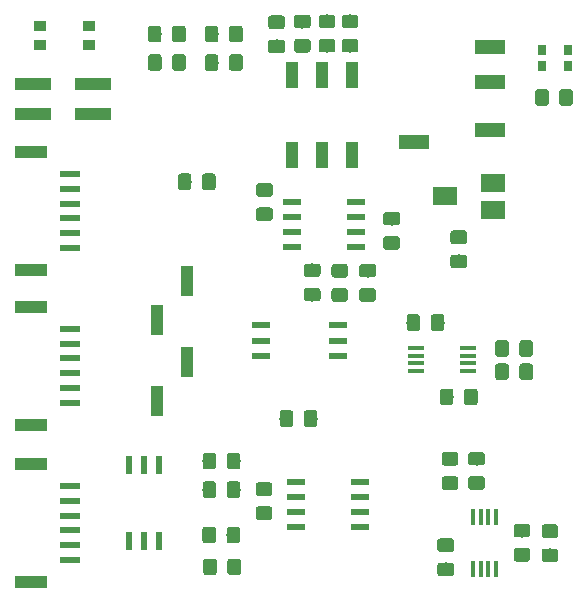
<source format=gbr>
G04 #@! TF.GenerationSoftware,KiCad,Pcbnew,(5.0.0)*
G04 #@! TF.CreationDate,2019-01-07T23:24:32-05:00*
G04 #@! TF.ProjectId,Audio_Breakout,417564696F5F427265616B6F75742E6B,rev?*
G04 #@! TF.SameCoordinates,Original*
G04 #@! TF.FileFunction,Paste,Top*
G04 #@! TF.FilePolarity,Positive*
%FSLAX46Y46*%
G04 Gerber Fmt 4.6, Leading zero omitted, Abs format (unit mm)*
G04 Created by KiCad (PCBNEW (5.0.0)) date 01/07/19 23:24:32*
%MOMM*%
%LPD*%
G01*
G04 APERTURE LIST*
%ADD10R,2.500000X1.200000*%
%ADD11C,0.100000*%
%ADD12C,1.150000*%
%ADD13R,2.800000X1.000000*%
%ADD14R,1.700000X0.600000*%
%ADD15R,3.150000X1.000000*%
%ADD16R,1.000000X2.510000*%
%ADD17R,0.600000X1.500000*%
%ADD18R,2.000000X1.600000*%
%ADD19R,1.500000X0.600000*%
%ADD20R,0.660000X0.900000*%
%ADD21R,1.550000X0.600000*%
%ADD22R,0.450000X1.450000*%
%ADD23R,1.450000X0.450000*%
%ADD24R,1.000000X0.900000*%
%ADD25R,1.120000X2.160000*%
G04 APERTURE END LIST*
D10*
G04 #@! TO.C,J4*
X141362500Y-103314500D03*
X141362500Y-106314500D03*
X141362500Y-110314500D03*
X134862500Y-111414500D03*
G04 #@! TD*
D11*
G04 #@! TO.C,C1*
G36*
X148117686Y-106908763D02*
X148141954Y-106912363D01*
X148165753Y-106918324D01*
X148188852Y-106926589D01*
X148211031Y-106937079D01*
X148232074Y-106949691D01*
X148251780Y-106964306D01*
X148269958Y-106980782D01*
X148286434Y-106998960D01*
X148301049Y-107018666D01*
X148313661Y-107039709D01*
X148324151Y-107061888D01*
X148332416Y-107084987D01*
X148338377Y-107108786D01*
X148341977Y-107133054D01*
X148343181Y-107157558D01*
X148343181Y-108057560D01*
X148341977Y-108082064D01*
X148338377Y-108106332D01*
X148332416Y-108130131D01*
X148324151Y-108153230D01*
X148313661Y-108175409D01*
X148301049Y-108196452D01*
X148286434Y-108216158D01*
X148269958Y-108234336D01*
X148251780Y-108250812D01*
X148232074Y-108265427D01*
X148211031Y-108278039D01*
X148188852Y-108288529D01*
X148165753Y-108296794D01*
X148141954Y-108302755D01*
X148117686Y-108306355D01*
X148093182Y-108307559D01*
X147443180Y-108307559D01*
X147418676Y-108306355D01*
X147394408Y-108302755D01*
X147370609Y-108296794D01*
X147347510Y-108288529D01*
X147325331Y-108278039D01*
X147304288Y-108265427D01*
X147284582Y-108250812D01*
X147266404Y-108234336D01*
X147249928Y-108216158D01*
X147235313Y-108196452D01*
X147222701Y-108175409D01*
X147212211Y-108153230D01*
X147203946Y-108130131D01*
X147197985Y-108106332D01*
X147194385Y-108082064D01*
X147193181Y-108057560D01*
X147193181Y-107157558D01*
X147194385Y-107133054D01*
X147197985Y-107108786D01*
X147203946Y-107084987D01*
X147212211Y-107061888D01*
X147222701Y-107039709D01*
X147235313Y-107018666D01*
X147249928Y-106998960D01*
X147266404Y-106980782D01*
X147284582Y-106964306D01*
X147304288Y-106949691D01*
X147325331Y-106937079D01*
X147347510Y-106926589D01*
X147370609Y-106918324D01*
X147394408Y-106912363D01*
X147418676Y-106908763D01*
X147443180Y-106907559D01*
X148093182Y-106907559D01*
X148117686Y-106908763D01*
X148117686Y-106908763D01*
G37*
D12*
X147768181Y-107607559D03*
D11*
G36*
X146067686Y-106908763D02*
X146091954Y-106912363D01*
X146115753Y-106918324D01*
X146138852Y-106926589D01*
X146161031Y-106937079D01*
X146182074Y-106949691D01*
X146201780Y-106964306D01*
X146219958Y-106980782D01*
X146236434Y-106998960D01*
X146251049Y-107018666D01*
X146263661Y-107039709D01*
X146274151Y-107061888D01*
X146282416Y-107084987D01*
X146288377Y-107108786D01*
X146291977Y-107133054D01*
X146293181Y-107157558D01*
X146293181Y-108057560D01*
X146291977Y-108082064D01*
X146288377Y-108106332D01*
X146282416Y-108130131D01*
X146274151Y-108153230D01*
X146263661Y-108175409D01*
X146251049Y-108196452D01*
X146236434Y-108216158D01*
X146219958Y-108234336D01*
X146201780Y-108250812D01*
X146182074Y-108265427D01*
X146161031Y-108278039D01*
X146138852Y-108288529D01*
X146115753Y-108296794D01*
X146091954Y-108302755D01*
X146067686Y-108306355D01*
X146043182Y-108307559D01*
X145393180Y-108307559D01*
X145368676Y-108306355D01*
X145344408Y-108302755D01*
X145320609Y-108296794D01*
X145297510Y-108288529D01*
X145275331Y-108278039D01*
X145254288Y-108265427D01*
X145234582Y-108250812D01*
X145216404Y-108234336D01*
X145199928Y-108216158D01*
X145185313Y-108196452D01*
X145172701Y-108175409D01*
X145162211Y-108153230D01*
X145153946Y-108130131D01*
X145147985Y-108106332D01*
X145144385Y-108082064D01*
X145143181Y-108057560D01*
X145143181Y-107157558D01*
X145144385Y-107133054D01*
X145147985Y-107108786D01*
X145153946Y-107084987D01*
X145162211Y-107061888D01*
X145172701Y-107039709D01*
X145185313Y-107018666D01*
X145199928Y-106998960D01*
X145216404Y-106980782D01*
X145234582Y-106964306D01*
X145254288Y-106949691D01*
X145275331Y-106937079D01*
X145297510Y-106926589D01*
X145320609Y-106918324D01*
X145344408Y-106912363D01*
X145368676Y-106908763D01*
X145393180Y-106907559D01*
X146043182Y-106907559D01*
X146067686Y-106908763D01*
X146067686Y-106908763D01*
G37*
D12*
X145718181Y-107607559D03*
G04 #@! TD*
D11*
G04 #@! TO.C,C2*
G36*
X139145805Y-118860704D02*
X139170073Y-118864304D01*
X139193872Y-118870265D01*
X139216971Y-118878530D01*
X139239150Y-118889020D01*
X139260193Y-118901632D01*
X139279899Y-118916247D01*
X139298077Y-118932723D01*
X139314553Y-118950901D01*
X139329168Y-118970607D01*
X139341780Y-118991650D01*
X139352270Y-119013829D01*
X139360535Y-119036928D01*
X139366496Y-119060727D01*
X139370096Y-119084995D01*
X139371300Y-119109499D01*
X139371300Y-119759501D01*
X139370096Y-119784005D01*
X139366496Y-119808273D01*
X139360535Y-119832072D01*
X139352270Y-119855171D01*
X139341780Y-119877350D01*
X139329168Y-119898393D01*
X139314553Y-119918099D01*
X139298077Y-119936277D01*
X139279899Y-119952753D01*
X139260193Y-119967368D01*
X139239150Y-119979980D01*
X139216971Y-119990470D01*
X139193872Y-119998735D01*
X139170073Y-120004696D01*
X139145805Y-120008296D01*
X139121301Y-120009500D01*
X138221299Y-120009500D01*
X138196795Y-120008296D01*
X138172527Y-120004696D01*
X138148728Y-119998735D01*
X138125629Y-119990470D01*
X138103450Y-119979980D01*
X138082407Y-119967368D01*
X138062701Y-119952753D01*
X138044523Y-119936277D01*
X138028047Y-119918099D01*
X138013432Y-119898393D01*
X138000820Y-119877350D01*
X137990330Y-119855171D01*
X137982065Y-119832072D01*
X137976104Y-119808273D01*
X137972504Y-119784005D01*
X137971300Y-119759501D01*
X137971300Y-119109499D01*
X137972504Y-119084995D01*
X137976104Y-119060727D01*
X137982065Y-119036928D01*
X137990330Y-119013829D01*
X138000820Y-118991650D01*
X138013432Y-118970607D01*
X138028047Y-118950901D01*
X138044523Y-118932723D01*
X138062701Y-118916247D01*
X138082407Y-118901632D01*
X138103450Y-118889020D01*
X138125629Y-118878530D01*
X138148728Y-118870265D01*
X138172527Y-118864304D01*
X138196795Y-118860704D01*
X138221299Y-118859500D01*
X139121301Y-118859500D01*
X139145805Y-118860704D01*
X139145805Y-118860704D01*
G37*
D12*
X138671300Y-119434500D03*
D11*
G36*
X139145805Y-120910704D02*
X139170073Y-120914304D01*
X139193872Y-120920265D01*
X139216971Y-120928530D01*
X139239150Y-120939020D01*
X139260193Y-120951632D01*
X139279899Y-120966247D01*
X139298077Y-120982723D01*
X139314553Y-121000901D01*
X139329168Y-121020607D01*
X139341780Y-121041650D01*
X139352270Y-121063829D01*
X139360535Y-121086928D01*
X139366496Y-121110727D01*
X139370096Y-121134995D01*
X139371300Y-121159499D01*
X139371300Y-121809501D01*
X139370096Y-121834005D01*
X139366496Y-121858273D01*
X139360535Y-121882072D01*
X139352270Y-121905171D01*
X139341780Y-121927350D01*
X139329168Y-121948393D01*
X139314553Y-121968099D01*
X139298077Y-121986277D01*
X139279899Y-122002753D01*
X139260193Y-122017368D01*
X139239150Y-122029980D01*
X139216971Y-122040470D01*
X139193872Y-122048735D01*
X139170073Y-122054696D01*
X139145805Y-122058296D01*
X139121301Y-122059500D01*
X138221299Y-122059500D01*
X138196795Y-122058296D01*
X138172527Y-122054696D01*
X138148728Y-122048735D01*
X138125629Y-122040470D01*
X138103450Y-122029980D01*
X138082407Y-122017368D01*
X138062701Y-122002753D01*
X138044523Y-121986277D01*
X138028047Y-121968099D01*
X138013432Y-121948393D01*
X138000820Y-121927350D01*
X137990330Y-121905171D01*
X137982065Y-121882072D01*
X137976104Y-121858273D01*
X137972504Y-121834005D01*
X137971300Y-121809501D01*
X137971300Y-121159499D01*
X137972504Y-121134995D01*
X137976104Y-121110727D01*
X137982065Y-121086928D01*
X137990330Y-121063829D01*
X138000820Y-121041650D01*
X138013432Y-121020607D01*
X138028047Y-121000901D01*
X138044523Y-120982723D01*
X138062701Y-120966247D01*
X138082407Y-120951632D01*
X138103450Y-120939020D01*
X138125629Y-120928530D01*
X138148728Y-120920265D01*
X138172527Y-120914304D01*
X138196795Y-120910704D01*
X138221299Y-120909500D01*
X139121301Y-120909500D01*
X139145805Y-120910704D01*
X139145805Y-120910704D01*
G37*
D12*
X138671300Y-121484500D03*
G04 #@! TD*
D11*
G04 #@! TO.C,C3*
G36*
X138003425Y-132244804D02*
X138027693Y-132248404D01*
X138051492Y-132254365D01*
X138074591Y-132262630D01*
X138096770Y-132273120D01*
X138117813Y-132285732D01*
X138137519Y-132300347D01*
X138155697Y-132316823D01*
X138172173Y-132335001D01*
X138186788Y-132354707D01*
X138199400Y-132375750D01*
X138209890Y-132397929D01*
X138218155Y-132421028D01*
X138224116Y-132444827D01*
X138227716Y-132469095D01*
X138228920Y-132493599D01*
X138228920Y-133393601D01*
X138227716Y-133418105D01*
X138224116Y-133442373D01*
X138218155Y-133466172D01*
X138209890Y-133489271D01*
X138199400Y-133511450D01*
X138186788Y-133532493D01*
X138172173Y-133552199D01*
X138155697Y-133570377D01*
X138137519Y-133586853D01*
X138117813Y-133601468D01*
X138096770Y-133614080D01*
X138074591Y-133624570D01*
X138051492Y-133632835D01*
X138027693Y-133638796D01*
X138003425Y-133642396D01*
X137978921Y-133643600D01*
X137328919Y-133643600D01*
X137304415Y-133642396D01*
X137280147Y-133638796D01*
X137256348Y-133632835D01*
X137233249Y-133624570D01*
X137211070Y-133614080D01*
X137190027Y-133601468D01*
X137170321Y-133586853D01*
X137152143Y-133570377D01*
X137135667Y-133552199D01*
X137121052Y-133532493D01*
X137108440Y-133511450D01*
X137097950Y-133489271D01*
X137089685Y-133466172D01*
X137083724Y-133442373D01*
X137080124Y-133418105D01*
X137078920Y-133393601D01*
X137078920Y-132493599D01*
X137080124Y-132469095D01*
X137083724Y-132444827D01*
X137089685Y-132421028D01*
X137097950Y-132397929D01*
X137108440Y-132375750D01*
X137121052Y-132354707D01*
X137135667Y-132335001D01*
X137152143Y-132316823D01*
X137170321Y-132300347D01*
X137190027Y-132285732D01*
X137211070Y-132273120D01*
X137233249Y-132262630D01*
X137256348Y-132254365D01*
X137280147Y-132248404D01*
X137304415Y-132244804D01*
X137328919Y-132243600D01*
X137978921Y-132243600D01*
X138003425Y-132244804D01*
X138003425Y-132244804D01*
G37*
D12*
X137653920Y-132943600D03*
D11*
G36*
X140053425Y-132244804D02*
X140077693Y-132248404D01*
X140101492Y-132254365D01*
X140124591Y-132262630D01*
X140146770Y-132273120D01*
X140167813Y-132285732D01*
X140187519Y-132300347D01*
X140205697Y-132316823D01*
X140222173Y-132335001D01*
X140236788Y-132354707D01*
X140249400Y-132375750D01*
X140259890Y-132397929D01*
X140268155Y-132421028D01*
X140274116Y-132444827D01*
X140277716Y-132469095D01*
X140278920Y-132493599D01*
X140278920Y-133393601D01*
X140277716Y-133418105D01*
X140274116Y-133442373D01*
X140268155Y-133466172D01*
X140259890Y-133489271D01*
X140249400Y-133511450D01*
X140236788Y-133532493D01*
X140222173Y-133552199D01*
X140205697Y-133570377D01*
X140187519Y-133586853D01*
X140167813Y-133601468D01*
X140146770Y-133614080D01*
X140124591Y-133624570D01*
X140101492Y-133632835D01*
X140077693Y-133638796D01*
X140053425Y-133642396D01*
X140028921Y-133643600D01*
X139378919Y-133643600D01*
X139354415Y-133642396D01*
X139330147Y-133638796D01*
X139306348Y-133632835D01*
X139283249Y-133624570D01*
X139261070Y-133614080D01*
X139240027Y-133601468D01*
X139220321Y-133586853D01*
X139202143Y-133570377D01*
X139185667Y-133552199D01*
X139171052Y-133532493D01*
X139158440Y-133511450D01*
X139147950Y-133489271D01*
X139139685Y-133466172D01*
X139133724Y-133442373D01*
X139130124Y-133418105D01*
X139128920Y-133393601D01*
X139128920Y-132493599D01*
X139130124Y-132469095D01*
X139133724Y-132444827D01*
X139139685Y-132421028D01*
X139147950Y-132397929D01*
X139158440Y-132375750D01*
X139171052Y-132354707D01*
X139185667Y-132335001D01*
X139202143Y-132316823D01*
X139220321Y-132300347D01*
X139240027Y-132285732D01*
X139261070Y-132273120D01*
X139283249Y-132262630D01*
X139306348Y-132254365D01*
X139330147Y-132248404D01*
X139354415Y-132244804D01*
X139378919Y-132243600D01*
X140028921Y-132243600D01*
X140053425Y-132244804D01*
X140053425Y-132244804D01*
G37*
D12*
X139703920Y-132943600D03*
G04 #@! TD*
D11*
G04 #@! TO.C,C4*
G36*
X146869945Y-143746244D02*
X146894213Y-143749844D01*
X146918012Y-143755805D01*
X146941111Y-143764070D01*
X146963290Y-143774560D01*
X146984333Y-143787172D01*
X147004039Y-143801787D01*
X147022217Y-143818263D01*
X147038693Y-143836441D01*
X147053308Y-143856147D01*
X147065920Y-143877190D01*
X147076410Y-143899369D01*
X147084675Y-143922468D01*
X147090636Y-143946267D01*
X147094236Y-143970535D01*
X147095440Y-143995039D01*
X147095440Y-144645041D01*
X147094236Y-144669545D01*
X147090636Y-144693813D01*
X147084675Y-144717612D01*
X147076410Y-144740711D01*
X147065920Y-144762890D01*
X147053308Y-144783933D01*
X147038693Y-144803639D01*
X147022217Y-144821817D01*
X147004039Y-144838293D01*
X146984333Y-144852908D01*
X146963290Y-144865520D01*
X146941111Y-144876010D01*
X146918012Y-144884275D01*
X146894213Y-144890236D01*
X146869945Y-144893836D01*
X146845441Y-144895040D01*
X145945439Y-144895040D01*
X145920935Y-144893836D01*
X145896667Y-144890236D01*
X145872868Y-144884275D01*
X145849769Y-144876010D01*
X145827590Y-144865520D01*
X145806547Y-144852908D01*
X145786841Y-144838293D01*
X145768663Y-144821817D01*
X145752187Y-144803639D01*
X145737572Y-144783933D01*
X145724960Y-144762890D01*
X145714470Y-144740711D01*
X145706205Y-144717612D01*
X145700244Y-144693813D01*
X145696644Y-144669545D01*
X145695440Y-144645041D01*
X145695440Y-143995039D01*
X145696644Y-143970535D01*
X145700244Y-143946267D01*
X145706205Y-143922468D01*
X145714470Y-143899369D01*
X145724960Y-143877190D01*
X145737572Y-143856147D01*
X145752187Y-143836441D01*
X145768663Y-143818263D01*
X145786841Y-143801787D01*
X145806547Y-143787172D01*
X145827590Y-143774560D01*
X145849769Y-143764070D01*
X145872868Y-143755805D01*
X145896667Y-143749844D01*
X145920935Y-143746244D01*
X145945439Y-143745040D01*
X146845441Y-143745040D01*
X146869945Y-143746244D01*
X146869945Y-143746244D01*
G37*
D12*
X146395440Y-144320040D03*
D11*
G36*
X146869945Y-145796244D02*
X146894213Y-145799844D01*
X146918012Y-145805805D01*
X146941111Y-145814070D01*
X146963290Y-145824560D01*
X146984333Y-145837172D01*
X147004039Y-145851787D01*
X147022217Y-145868263D01*
X147038693Y-145886441D01*
X147053308Y-145906147D01*
X147065920Y-145927190D01*
X147076410Y-145949369D01*
X147084675Y-145972468D01*
X147090636Y-145996267D01*
X147094236Y-146020535D01*
X147095440Y-146045039D01*
X147095440Y-146695041D01*
X147094236Y-146719545D01*
X147090636Y-146743813D01*
X147084675Y-146767612D01*
X147076410Y-146790711D01*
X147065920Y-146812890D01*
X147053308Y-146833933D01*
X147038693Y-146853639D01*
X147022217Y-146871817D01*
X147004039Y-146888293D01*
X146984333Y-146902908D01*
X146963290Y-146915520D01*
X146941111Y-146926010D01*
X146918012Y-146934275D01*
X146894213Y-146940236D01*
X146869945Y-146943836D01*
X146845441Y-146945040D01*
X145945439Y-146945040D01*
X145920935Y-146943836D01*
X145896667Y-146940236D01*
X145872868Y-146934275D01*
X145849769Y-146926010D01*
X145827590Y-146915520D01*
X145806547Y-146902908D01*
X145786841Y-146888293D01*
X145768663Y-146871817D01*
X145752187Y-146853639D01*
X145737572Y-146833933D01*
X145724960Y-146812890D01*
X145714470Y-146790711D01*
X145706205Y-146767612D01*
X145700244Y-146743813D01*
X145696644Y-146719545D01*
X145695440Y-146695041D01*
X145695440Y-146045039D01*
X145696644Y-146020535D01*
X145700244Y-145996267D01*
X145706205Y-145972468D01*
X145714470Y-145949369D01*
X145724960Y-145927190D01*
X145737572Y-145906147D01*
X145752187Y-145886441D01*
X145768663Y-145868263D01*
X145786841Y-145851787D01*
X145806547Y-145837172D01*
X145827590Y-145824560D01*
X145849769Y-145814070D01*
X145872868Y-145805805D01*
X145896667Y-145799844D01*
X145920935Y-145796244D01*
X145945439Y-145795040D01*
X146845441Y-145795040D01*
X146869945Y-145796244D01*
X146869945Y-145796244D01*
G37*
D12*
X146395440Y-146370040D03*
G04 #@! TD*
D11*
G04 #@! TO.C,C5*
G36*
X144497585Y-143694284D02*
X144521853Y-143697884D01*
X144545652Y-143703845D01*
X144568751Y-143712110D01*
X144590930Y-143722600D01*
X144611973Y-143735212D01*
X144631679Y-143749827D01*
X144649857Y-143766303D01*
X144666333Y-143784481D01*
X144680948Y-143804187D01*
X144693560Y-143825230D01*
X144704050Y-143847409D01*
X144712315Y-143870508D01*
X144718276Y-143894307D01*
X144721876Y-143918575D01*
X144723080Y-143943079D01*
X144723080Y-144593081D01*
X144721876Y-144617585D01*
X144718276Y-144641853D01*
X144712315Y-144665652D01*
X144704050Y-144688751D01*
X144693560Y-144710930D01*
X144680948Y-144731973D01*
X144666333Y-144751679D01*
X144649857Y-144769857D01*
X144631679Y-144786333D01*
X144611973Y-144800948D01*
X144590930Y-144813560D01*
X144568751Y-144824050D01*
X144545652Y-144832315D01*
X144521853Y-144838276D01*
X144497585Y-144841876D01*
X144473081Y-144843080D01*
X143573079Y-144843080D01*
X143548575Y-144841876D01*
X143524307Y-144838276D01*
X143500508Y-144832315D01*
X143477409Y-144824050D01*
X143455230Y-144813560D01*
X143434187Y-144800948D01*
X143414481Y-144786333D01*
X143396303Y-144769857D01*
X143379827Y-144751679D01*
X143365212Y-144731973D01*
X143352600Y-144710930D01*
X143342110Y-144688751D01*
X143333845Y-144665652D01*
X143327884Y-144641853D01*
X143324284Y-144617585D01*
X143323080Y-144593081D01*
X143323080Y-143943079D01*
X143324284Y-143918575D01*
X143327884Y-143894307D01*
X143333845Y-143870508D01*
X143342110Y-143847409D01*
X143352600Y-143825230D01*
X143365212Y-143804187D01*
X143379827Y-143784481D01*
X143396303Y-143766303D01*
X143414481Y-143749827D01*
X143434187Y-143735212D01*
X143455230Y-143722600D01*
X143477409Y-143712110D01*
X143500508Y-143703845D01*
X143524307Y-143697884D01*
X143548575Y-143694284D01*
X143573079Y-143693080D01*
X144473081Y-143693080D01*
X144497585Y-143694284D01*
X144497585Y-143694284D01*
G37*
D12*
X144023080Y-144268080D03*
D11*
G36*
X144497585Y-145744284D02*
X144521853Y-145747884D01*
X144545652Y-145753845D01*
X144568751Y-145762110D01*
X144590930Y-145772600D01*
X144611973Y-145785212D01*
X144631679Y-145799827D01*
X144649857Y-145816303D01*
X144666333Y-145834481D01*
X144680948Y-145854187D01*
X144693560Y-145875230D01*
X144704050Y-145897409D01*
X144712315Y-145920508D01*
X144718276Y-145944307D01*
X144721876Y-145968575D01*
X144723080Y-145993079D01*
X144723080Y-146643081D01*
X144721876Y-146667585D01*
X144718276Y-146691853D01*
X144712315Y-146715652D01*
X144704050Y-146738751D01*
X144693560Y-146760930D01*
X144680948Y-146781973D01*
X144666333Y-146801679D01*
X144649857Y-146819857D01*
X144631679Y-146836333D01*
X144611973Y-146850948D01*
X144590930Y-146863560D01*
X144568751Y-146874050D01*
X144545652Y-146882315D01*
X144521853Y-146888276D01*
X144497585Y-146891876D01*
X144473081Y-146893080D01*
X143573079Y-146893080D01*
X143548575Y-146891876D01*
X143524307Y-146888276D01*
X143500508Y-146882315D01*
X143477409Y-146874050D01*
X143455230Y-146863560D01*
X143434187Y-146850948D01*
X143414481Y-146836333D01*
X143396303Y-146819857D01*
X143379827Y-146801679D01*
X143365212Y-146781973D01*
X143352600Y-146760930D01*
X143342110Y-146738751D01*
X143333845Y-146715652D01*
X143327884Y-146691853D01*
X143324284Y-146667585D01*
X143323080Y-146643081D01*
X143323080Y-145993079D01*
X143324284Y-145968575D01*
X143327884Y-145944307D01*
X143333845Y-145920508D01*
X143342110Y-145897409D01*
X143352600Y-145875230D01*
X143365212Y-145854187D01*
X143379827Y-145834481D01*
X143396303Y-145816303D01*
X143414481Y-145799827D01*
X143434187Y-145785212D01*
X143455230Y-145772600D01*
X143477409Y-145762110D01*
X143500508Y-145753845D01*
X143524307Y-145747884D01*
X143548575Y-145744284D01*
X143573079Y-145743080D01*
X144473081Y-145743080D01*
X144497585Y-145744284D01*
X144497585Y-145744284D01*
G37*
D12*
X144023080Y-146318080D03*
G04 #@! TD*
D11*
G04 #@! TO.C,D1*
G36*
X115344305Y-103949204D02*
X115368573Y-103952804D01*
X115392372Y-103958765D01*
X115415471Y-103967030D01*
X115437650Y-103977520D01*
X115458693Y-103990132D01*
X115478399Y-104004747D01*
X115496577Y-104021223D01*
X115513053Y-104039401D01*
X115527668Y-104059107D01*
X115540280Y-104080150D01*
X115550770Y-104102329D01*
X115559035Y-104125428D01*
X115564996Y-104149227D01*
X115568596Y-104173495D01*
X115569800Y-104197999D01*
X115569800Y-105098001D01*
X115568596Y-105122505D01*
X115564996Y-105146773D01*
X115559035Y-105170572D01*
X115550770Y-105193671D01*
X115540280Y-105215850D01*
X115527668Y-105236893D01*
X115513053Y-105256599D01*
X115496577Y-105274777D01*
X115478399Y-105291253D01*
X115458693Y-105305868D01*
X115437650Y-105318480D01*
X115415471Y-105328970D01*
X115392372Y-105337235D01*
X115368573Y-105343196D01*
X115344305Y-105346796D01*
X115319801Y-105348000D01*
X114669799Y-105348000D01*
X114645295Y-105346796D01*
X114621027Y-105343196D01*
X114597228Y-105337235D01*
X114574129Y-105328970D01*
X114551950Y-105318480D01*
X114530907Y-105305868D01*
X114511201Y-105291253D01*
X114493023Y-105274777D01*
X114476547Y-105256599D01*
X114461932Y-105236893D01*
X114449320Y-105215850D01*
X114438830Y-105193671D01*
X114430565Y-105170572D01*
X114424604Y-105146773D01*
X114421004Y-105122505D01*
X114419800Y-105098001D01*
X114419800Y-104197999D01*
X114421004Y-104173495D01*
X114424604Y-104149227D01*
X114430565Y-104125428D01*
X114438830Y-104102329D01*
X114449320Y-104080150D01*
X114461932Y-104059107D01*
X114476547Y-104039401D01*
X114493023Y-104021223D01*
X114511201Y-104004747D01*
X114530907Y-103990132D01*
X114551950Y-103977520D01*
X114574129Y-103967030D01*
X114597228Y-103958765D01*
X114621027Y-103952804D01*
X114645295Y-103949204D01*
X114669799Y-103948000D01*
X115319801Y-103948000D01*
X115344305Y-103949204D01*
X115344305Y-103949204D01*
G37*
D12*
X114994800Y-104648000D03*
D11*
G36*
X113294305Y-103949204D02*
X113318573Y-103952804D01*
X113342372Y-103958765D01*
X113365471Y-103967030D01*
X113387650Y-103977520D01*
X113408693Y-103990132D01*
X113428399Y-104004747D01*
X113446577Y-104021223D01*
X113463053Y-104039401D01*
X113477668Y-104059107D01*
X113490280Y-104080150D01*
X113500770Y-104102329D01*
X113509035Y-104125428D01*
X113514996Y-104149227D01*
X113518596Y-104173495D01*
X113519800Y-104197999D01*
X113519800Y-105098001D01*
X113518596Y-105122505D01*
X113514996Y-105146773D01*
X113509035Y-105170572D01*
X113500770Y-105193671D01*
X113490280Y-105215850D01*
X113477668Y-105236893D01*
X113463053Y-105256599D01*
X113446577Y-105274777D01*
X113428399Y-105291253D01*
X113408693Y-105305868D01*
X113387650Y-105318480D01*
X113365471Y-105328970D01*
X113342372Y-105337235D01*
X113318573Y-105343196D01*
X113294305Y-105346796D01*
X113269801Y-105348000D01*
X112619799Y-105348000D01*
X112595295Y-105346796D01*
X112571027Y-105343196D01*
X112547228Y-105337235D01*
X112524129Y-105328970D01*
X112501950Y-105318480D01*
X112480907Y-105305868D01*
X112461201Y-105291253D01*
X112443023Y-105274777D01*
X112426547Y-105256599D01*
X112411932Y-105236893D01*
X112399320Y-105215850D01*
X112388830Y-105193671D01*
X112380565Y-105170572D01*
X112374604Y-105146773D01*
X112371004Y-105122505D01*
X112369800Y-105098001D01*
X112369800Y-104197999D01*
X112371004Y-104173495D01*
X112374604Y-104149227D01*
X112380565Y-104125428D01*
X112388830Y-104102329D01*
X112399320Y-104080150D01*
X112411932Y-104059107D01*
X112426547Y-104039401D01*
X112443023Y-104021223D01*
X112461201Y-104004747D01*
X112480907Y-103990132D01*
X112501950Y-103977520D01*
X112524129Y-103967030D01*
X112547228Y-103958765D01*
X112571027Y-103952804D01*
X112595295Y-103949204D01*
X112619799Y-103948000D01*
X113269801Y-103948000D01*
X113294305Y-103949204D01*
X113294305Y-103949204D01*
G37*
D12*
X112944800Y-104648000D03*
G04 #@! TD*
D11*
G04 #@! TO.C,D2*
G36*
X115335305Y-101536204D02*
X115359573Y-101539804D01*
X115383372Y-101545765D01*
X115406471Y-101554030D01*
X115428650Y-101564520D01*
X115449693Y-101577132D01*
X115469399Y-101591747D01*
X115487577Y-101608223D01*
X115504053Y-101626401D01*
X115518668Y-101646107D01*
X115531280Y-101667150D01*
X115541770Y-101689329D01*
X115550035Y-101712428D01*
X115555996Y-101736227D01*
X115559596Y-101760495D01*
X115560800Y-101784999D01*
X115560800Y-102685001D01*
X115559596Y-102709505D01*
X115555996Y-102733773D01*
X115550035Y-102757572D01*
X115541770Y-102780671D01*
X115531280Y-102802850D01*
X115518668Y-102823893D01*
X115504053Y-102843599D01*
X115487577Y-102861777D01*
X115469399Y-102878253D01*
X115449693Y-102892868D01*
X115428650Y-102905480D01*
X115406471Y-102915970D01*
X115383372Y-102924235D01*
X115359573Y-102930196D01*
X115335305Y-102933796D01*
X115310801Y-102935000D01*
X114660799Y-102935000D01*
X114636295Y-102933796D01*
X114612027Y-102930196D01*
X114588228Y-102924235D01*
X114565129Y-102915970D01*
X114542950Y-102905480D01*
X114521907Y-102892868D01*
X114502201Y-102878253D01*
X114484023Y-102861777D01*
X114467547Y-102843599D01*
X114452932Y-102823893D01*
X114440320Y-102802850D01*
X114429830Y-102780671D01*
X114421565Y-102757572D01*
X114415604Y-102733773D01*
X114412004Y-102709505D01*
X114410800Y-102685001D01*
X114410800Y-101784999D01*
X114412004Y-101760495D01*
X114415604Y-101736227D01*
X114421565Y-101712428D01*
X114429830Y-101689329D01*
X114440320Y-101667150D01*
X114452932Y-101646107D01*
X114467547Y-101626401D01*
X114484023Y-101608223D01*
X114502201Y-101591747D01*
X114521907Y-101577132D01*
X114542950Y-101564520D01*
X114565129Y-101554030D01*
X114588228Y-101545765D01*
X114612027Y-101539804D01*
X114636295Y-101536204D01*
X114660799Y-101535000D01*
X115310801Y-101535000D01*
X115335305Y-101536204D01*
X115335305Y-101536204D01*
G37*
D12*
X114985800Y-102235000D03*
D11*
G36*
X113285305Y-101536204D02*
X113309573Y-101539804D01*
X113333372Y-101545765D01*
X113356471Y-101554030D01*
X113378650Y-101564520D01*
X113399693Y-101577132D01*
X113419399Y-101591747D01*
X113437577Y-101608223D01*
X113454053Y-101626401D01*
X113468668Y-101646107D01*
X113481280Y-101667150D01*
X113491770Y-101689329D01*
X113500035Y-101712428D01*
X113505996Y-101736227D01*
X113509596Y-101760495D01*
X113510800Y-101784999D01*
X113510800Y-102685001D01*
X113509596Y-102709505D01*
X113505996Y-102733773D01*
X113500035Y-102757572D01*
X113491770Y-102780671D01*
X113481280Y-102802850D01*
X113468668Y-102823893D01*
X113454053Y-102843599D01*
X113437577Y-102861777D01*
X113419399Y-102878253D01*
X113399693Y-102892868D01*
X113378650Y-102905480D01*
X113356471Y-102915970D01*
X113333372Y-102924235D01*
X113309573Y-102930196D01*
X113285305Y-102933796D01*
X113260801Y-102935000D01*
X112610799Y-102935000D01*
X112586295Y-102933796D01*
X112562027Y-102930196D01*
X112538228Y-102924235D01*
X112515129Y-102915970D01*
X112492950Y-102905480D01*
X112471907Y-102892868D01*
X112452201Y-102878253D01*
X112434023Y-102861777D01*
X112417547Y-102843599D01*
X112402932Y-102823893D01*
X112390320Y-102802850D01*
X112379830Y-102780671D01*
X112371565Y-102757572D01*
X112365604Y-102733773D01*
X112362004Y-102709505D01*
X112360800Y-102685001D01*
X112360800Y-101784999D01*
X112362004Y-101760495D01*
X112365604Y-101736227D01*
X112371565Y-101712428D01*
X112379830Y-101689329D01*
X112390320Y-101667150D01*
X112402932Y-101646107D01*
X112417547Y-101626401D01*
X112434023Y-101608223D01*
X112452201Y-101591747D01*
X112471907Y-101577132D01*
X112492950Y-101564520D01*
X112515129Y-101554030D01*
X112538228Y-101545765D01*
X112562027Y-101539804D01*
X112586295Y-101536204D01*
X112610799Y-101535000D01*
X113260801Y-101535000D01*
X113285305Y-101536204D01*
X113285305Y-101536204D01*
G37*
D12*
X112935800Y-102235000D03*
G04 #@! TD*
D13*
G04 #@! TO.C,J1*
X102447900Y-125344780D03*
X102447900Y-135294780D03*
D14*
X105797900Y-127194780D03*
X105797900Y-128444780D03*
X105797900Y-129694780D03*
X105797900Y-130944780D03*
X105797900Y-132194780D03*
X105797900Y-133444780D03*
G04 #@! TD*
D13*
G04 #@! TO.C,J2*
X102422500Y-138654380D03*
X102422500Y-148604380D03*
D14*
X105772500Y-140504380D03*
X105772500Y-141754380D03*
X105772500Y-143004380D03*
X105772500Y-144254380D03*
X105772500Y-145504380D03*
X105772500Y-146754380D03*
G04 #@! TD*
D13*
G04 #@! TO.C,J3*
X102447900Y-112238380D03*
X102447900Y-122188380D03*
D14*
X105797900Y-114088380D03*
X105797900Y-115338380D03*
X105797900Y-116588380D03*
X105797900Y-117838380D03*
X105797900Y-119088380D03*
X105797900Y-120338380D03*
G04 #@! TD*
D15*
G04 #@! TO.C,J5*
X102671880Y-106446320D03*
X107721880Y-106446320D03*
X102671880Y-108986320D03*
X107721880Y-108986320D03*
G04 #@! TD*
D16*
G04 #@! TO.C,JP1*
X115656360Y-123119960D03*
X113116360Y-126429960D03*
G04 #@! TD*
G04 #@! TO.C,JP2*
X113116360Y-133338760D03*
X115656360Y-130028760D03*
G04 #@! TD*
D17*
G04 #@! TO.C,SW1*
X113318600Y-145189080D03*
X112018600Y-145189080D03*
X110718600Y-145189080D03*
X110718600Y-138689080D03*
X112018600Y-138689080D03*
X113318600Y-138689080D03*
G04 #@! TD*
D18*
G04 #@! TO.C,SW2*
X137541500Y-115983000D03*
X141541500Y-114808000D03*
X141541500Y-117158000D03*
G04 #@! TD*
D19*
G04 #@! TO.C,SW3*
X121935100Y-129501900D03*
X121935100Y-128201900D03*
X121935100Y-126901900D03*
X128435100Y-126901900D03*
X128435100Y-128201900D03*
X128435100Y-129501900D03*
G04 #@! TD*
D20*
G04 #@! TO.C,U1*
X145701500Y-103552000D03*
X145701500Y-104902000D03*
X147891500Y-103552000D03*
X147891500Y-104902000D03*
G04 #@! TD*
D21*
G04 #@! TO.C,U2*
X130322300Y-140187680D03*
X130322300Y-141457680D03*
X130322300Y-142727680D03*
X130322300Y-143997680D03*
X124922300Y-143997680D03*
X124922300Y-142727680D03*
X124922300Y-141457680D03*
X124922300Y-140187680D03*
G04 #@! TD*
G04 #@! TO.C,U3*
X124579400Y-120243600D03*
X124579400Y-118973600D03*
X124579400Y-117703600D03*
X124579400Y-116433600D03*
X129979400Y-116433600D03*
X129979400Y-117703600D03*
X129979400Y-118973600D03*
X129979400Y-120243600D03*
G04 #@! TD*
D22*
G04 #@! TO.C,U4*
X139880700Y-143151500D03*
X140530700Y-143151500D03*
X141180700Y-143151500D03*
X141830700Y-143151500D03*
X141830700Y-147551500D03*
X141180700Y-147551500D03*
X140530700Y-147551500D03*
X139880700Y-147551500D03*
G04 #@! TD*
D23*
G04 #@! TO.C,U5*
X139423500Y-128819000D03*
X139423500Y-129469000D03*
X139423500Y-130119000D03*
X139423500Y-130769000D03*
X135023500Y-130769000D03*
X135023500Y-130119000D03*
X135023500Y-129469000D03*
X135023500Y-128819000D03*
G04 #@! TD*
D11*
G04 #@! TO.C,L1*
G36*
X144735805Y-130123904D02*
X144760073Y-130127504D01*
X144783872Y-130133465D01*
X144806971Y-130141730D01*
X144829150Y-130152220D01*
X144850193Y-130164832D01*
X144869899Y-130179447D01*
X144888077Y-130195923D01*
X144904553Y-130214101D01*
X144919168Y-130233807D01*
X144931780Y-130254850D01*
X144942270Y-130277029D01*
X144950535Y-130300128D01*
X144956496Y-130323927D01*
X144960096Y-130348195D01*
X144961300Y-130372699D01*
X144961300Y-131272701D01*
X144960096Y-131297205D01*
X144956496Y-131321473D01*
X144950535Y-131345272D01*
X144942270Y-131368371D01*
X144931780Y-131390550D01*
X144919168Y-131411593D01*
X144904553Y-131431299D01*
X144888077Y-131449477D01*
X144869899Y-131465953D01*
X144850193Y-131480568D01*
X144829150Y-131493180D01*
X144806971Y-131503670D01*
X144783872Y-131511935D01*
X144760073Y-131517896D01*
X144735805Y-131521496D01*
X144711301Y-131522700D01*
X144061299Y-131522700D01*
X144036795Y-131521496D01*
X144012527Y-131517896D01*
X143988728Y-131511935D01*
X143965629Y-131503670D01*
X143943450Y-131493180D01*
X143922407Y-131480568D01*
X143902701Y-131465953D01*
X143884523Y-131449477D01*
X143868047Y-131431299D01*
X143853432Y-131411593D01*
X143840820Y-131390550D01*
X143830330Y-131368371D01*
X143822065Y-131345272D01*
X143816104Y-131321473D01*
X143812504Y-131297205D01*
X143811300Y-131272701D01*
X143811300Y-130372699D01*
X143812504Y-130348195D01*
X143816104Y-130323927D01*
X143822065Y-130300128D01*
X143830330Y-130277029D01*
X143840820Y-130254850D01*
X143853432Y-130233807D01*
X143868047Y-130214101D01*
X143884523Y-130195923D01*
X143902701Y-130179447D01*
X143922407Y-130164832D01*
X143943450Y-130152220D01*
X143965629Y-130141730D01*
X143988728Y-130133465D01*
X144012527Y-130127504D01*
X144036795Y-130123904D01*
X144061299Y-130122700D01*
X144711301Y-130122700D01*
X144735805Y-130123904D01*
X144735805Y-130123904D01*
G37*
D12*
X144386300Y-130822700D03*
D11*
G36*
X142685805Y-130123904D02*
X142710073Y-130127504D01*
X142733872Y-130133465D01*
X142756971Y-130141730D01*
X142779150Y-130152220D01*
X142800193Y-130164832D01*
X142819899Y-130179447D01*
X142838077Y-130195923D01*
X142854553Y-130214101D01*
X142869168Y-130233807D01*
X142881780Y-130254850D01*
X142892270Y-130277029D01*
X142900535Y-130300128D01*
X142906496Y-130323927D01*
X142910096Y-130348195D01*
X142911300Y-130372699D01*
X142911300Y-131272701D01*
X142910096Y-131297205D01*
X142906496Y-131321473D01*
X142900535Y-131345272D01*
X142892270Y-131368371D01*
X142881780Y-131390550D01*
X142869168Y-131411593D01*
X142854553Y-131431299D01*
X142838077Y-131449477D01*
X142819899Y-131465953D01*
X142800193Y-131480568D01*
X142779150Y-131493180D01*
X142756971Y-131503670D01*
X142733872Y-131511935D01*
X142710073Y-131517896D01*
X142685805Y-131521496D01*
X142661301Y-131522700D01*
X142011299Y-131522700D01*
X141986795Y-131521496D01*
X141962527Y-131517896D01*
X141938728Y-131511935D01*
X141915629Y-131503670D01*
X141893450Y-131493180D01*
X141872407Y-131480568D01*
X141852701Y-131465953D01*
X141834523Y-131449477D01*
X141818047Y-131431299D01*
X141803432Y-131411593D01*
X141790820Y-131390550D01*
X141780330Y-131368371D01*
X141772065Y-131345272D01*
X141766104Y-131321473D01*
X141762504Y-131297205D01*
X141761300Y-131272701D01*
X141761300Y-130372699D01*
X141762504Y-130348195D01*
X141766104Y-130323927D01*
X141772065Y-130300128D01*
X141780330Y-130277029D01*
X141790820Y-130254850D01*
X141803432Y-130233807D01*
X141818047Y-130214101D01*
X141834523Y-130195923D01*
X141852701Y-130179447D01*
X141872407Y-130164832D01*
X141893450Y-130152220D01*
X141915629Y-130141730D01*
X141938728Y-130133465D01*
X141962527Y-130127504D01*
X141986795Y-130123904D01*
X142011299Y-130122700D01*
X142661301Y-130122700D01*
X142685805Y-130123904D01*
X142685805Y-130123904D01*
G37*
D12*
X142336300Y-130822700D03*
G04 #@! TD*
D11*
G04 #@! TO.C,L2*
G36*
X144735805Y-128155404D02*
X144760073Y-128159004D01*
X144783872Y-128164965D01*
X144806971Y-128173230D01*
X144829150Y-128183720D01*
X144850193Y-128196332D01*
X144869899Y-128210947D01*
X144888077Y-128227423D01*
X144904553Y-128245601D01*
X144919168Y-128265307D01*
X144931780Y-128286350D01*
X144942270Y-128308529D01*
X144950535Y-128331628D01*
X144956496Y-128355427D01*
X144960096Y-128379695D01*
X144961300Y-128404199D01*
X144961300Y-129304201D01*
X144960096Y-129328705D01*
X144956496Y-129352973D01*
X144950535Y-129376772D01*
X144942270Y-129399871D01*
X144931780Y-129422050D01*
X144919168Y-129443093D01*
X144904553Y-129462799D01*
X144888077Y-129480977D01*
X144869899Y-129497453D01*
X144850193Y-129512068D01*
X144829150Y-129524680D01*
X144806971Y-129535170D01*
X144783872Y-129543435D01*
X144760073Y-129549396D01*
X144735805Y-129552996D01*
X144711301Y-129554200D01*
X144061299Y-129554200D01*
X144036795Y-129552996D01*
X144012527Y-129549396D01*
X143988728Y-129543435D01*
X143965629Y-129535170D01*
X143943450Y-129524680D01*
X143922407Y-129512068D01*
X143902701Y-129497453D01*
X143884523Y-129480977D01*
X143868047Y-129462799D01*
X143853432Y-129443093D01*
X143840820Y-129422050D01*
X143830330Y-129399871D01*
X143822065Y-129376772D01*
X143816104Y-129352973D01*
X143812504Y-129328705D01*
X143811300Y-129304201D01*
X143811300Y-128404199D01*
X143812504Y-128379695D01*
X143816104Y-128355427D01*
X143822065Y-128331628D01*
X143830330Y-128308529D01*
X143840820Y-128286350D01*
X143853432Y-128265307D01*
X143868047Y-128245601D01*
X143884523Y-128227423D01*
X143902701Y-128210947D01*
X143922407Y-128196332D01*
X143943450Y-128183720D01*
X143965629Y-128173230D01*
X143988728Y-128164965D01*
X144012527Y-128159004D01*
X144036795Y-128155404D01*
X144061299Y-128154200D01*
X144711301Y-128154200D01*
X144735805Y-128155404D01*
X144735805Y-128155404D01*
G37*
D12*
X144386300Y-128854200D03*
D11*
G36*
X142685805Y-128155404D02*
X142710073Y-128159004D01*
X142733872Y-128164965D01*
X142756971Y-128173230D01*
X142779150Y-128183720D01*
X142800193Y-128196332D01*
X142819899Y-128210947D01*
X142838077Y-128227423D01*
X142854553Y-128245601D01*
X142869168Y-128265307D01*
X142881780Y-128286350D01*
X142892270Y-128308529D01*
X142900535Y-128331628D01*
X142906496Y-128355427D01*
X142910096Y-128379695D01*
X142911300Y-128404199D01*
X142911300Y-129304201D01*
X142910096Y-129328705D01*
X142906496Y-129352973D01*
X142900535Y-129376772D01*
X142892270Y-129399871D01*
X142881780Y-129422050D01*
X142869168Y-129443093D01*
X142854553Y-129462799D01*
X142838077Y-129480977D01*
X142819899Y-129497453D01*
X142800193Y-129512068D01*
X142779150Y-129524680D01*
X142756971Y-129535170D01*
X142733872Y-129543435D01*
X142710073Y-129549396D01*
X142685805Y-129552996D01*
X142661301Y-129554200D01*
X142011299Y-129554200D01*
X141986795Y-129552996D01*
X141962527Y-129549396D01*
X141938728Y-129543435D01*
X141915629Y-129535170D01*
X141893450Y-129524680D01*
X141872407Y-129512068D01*
X141852701Y-129497453D01*
X141834523Y-129480977D01*
X141818047Y-129462799D01*
X141803432Y-129443093D01*
X141790820Y-129422050D01*
X141780330Y-129399871D01*
X141772065Y-129376772D01*
X141766104Y-129352973D01*
X141762504Y-129328705D01*
X141761300Y-129304201D01*
X141761300Y-128404199D01*
X141762504Y-128379695D01*
X141766104Y-128355427D01*
X141772065Y-128331628D01*
X141780330Y-128308529D01*
X141790820Y-128286350D01*
X141803432Y-128265307D01*
X141818047Y-128245601D01*
X141834523Y-128227423D01*
X141852701Y-128210947D01*
X141872407Y-128196332D01*
X141893450Y-128183720D01*
X141915629Y-128173230D01*
X141938728Y-128164965D01*
X141962527Y-128159004D01*
X141986795Y-128155404D01*
X142011299Y-128154200D01*
X142661301Y-128154200D01*
X142685805Y-128155404D01*
X142685805Y-128155404D01*
G37*
D12*
X142336300Y-128854200D03*
G04 #@! TD*
D11*
G04 #@! TO.C,L3*
G36*
X138409205Y-137618604D02*
X138433473Y-137622204D01*
X138457272Y-137628165D01*
X138480371Y-137636430D01*
X138502550Y-137646920D01*
X138523593Y-137659532D01*
X138543299Y-137674147D01*
X138561477Y-137690623D01*
X138577953Y-137708801D01*
X138592568Y-137728507D01*
X138605180Y-137749550D01*
X138615670Y-137771729D01*
X138623935Y-137794828D01*
X138629896Y-137818627D01*
X138633496Y-137842895D01*
X138634700Y-137867399D01*
X138634700Y-138517401D01*
X138633496Y-138541905D01*
X138629896Y-138566173D01*
X138623935Y-138589972D01*
X138615670Y-138613071D01*
X138605180Y-138635250D01*
X138592568Y-138656293D01*
X138577953Y-138675999D01*
X138561477Y-138694177D01*
X138543299Y-138710653D01*
X138523593Y-138725268D01*
X138502550Y-138737880D01*
X138480371Y-138748370D01*
X138457272Y-138756635D01*
X138433473Y-138762596D01*
X138409205Y-138766196D01*
X138384701Y-138767400D01*
X137484699Y-138767400D01*
X137460195Y-138766196D01*
X137435927Y-138762596D01*
X137412128Y-138756635D01*
X137389029Y-138748370D01*
X137366850Y-138737880D01*
X137345807Y-138725268D01*
X137326101Y-138710653D01*
X137307923Y-138694177D01*
X137291447Y-138675999D01*
X137276832Y-138656293D01*
X137264220Y-138635250D01*
X137253730Y-138613071D01*
X137245465Y-138589972D01*
X137239504Y-138566173D01*
X137235904Y-138541905D01*
X137234700Y-138517401D01*
X137234700Y-137867399D01*
X137235904Y-137842895D01*
X137239504Y-137818627D01*
X137245465Y-137794828D01*
X137253730Y-137771729D01*
X137264220Y-137749550D01*
X137276832Y-137728507D01*
X137291447Y-137708801D01*
X137307923Y-137690623D01*
X137326101Y-137674147D01*
X137345807Y-137659532D01*
X137366850Y-137646920D01*
X137389029Y-137636430D01*
X137412128Y-137628165D01*
X137435927Y-137622204D01*
X137460195Y-137618604D01*
X137484699Y-137617400D01*
X138384701Y-137617400D01*
X138409205Y-137618604D01*
X138409205Y-137618604D01*
G37*
D12*
X137934700Y-138192400D03*
D11*
G36*
X138409205Y-139668604D02*
X138433473Y-139672204D01*
X138457272Y-139678165D01*
X138480371Y-139686430D01*
X138502550Y-139696920D01*
X138523593Y-139709532D01*
X138543299Y-139724147D01*
X138561477Y-139740623D01*
X138577953Y-139758801D01*
X138592568Y-139778507D01*
X138605180Y-139799550D01*
X138615670Y-139821729D01*
X138623935Y-139844828D01*
X138629896Y-139868627D01*
X138633496Y-139892895D01*
X138634700Y-139917399D01*
X138634700Y-140567401D01*
X138633496Y-140591905D01*
X138629896Y-140616173D01*
X138623935Y-140639972D01*
X138615670Y-140663071D01*
X138605180Y-140685250D01*
X138592568Y-140706293D01*
X138577953Y-140725999D01*
X138561477Y-140744177D01*
X138543299Y-140760653D01*
X138523593Y-140775268D01*
X138502550Y-140787880D01*
X138480371Y-140798370D01*
X138457272Y-140806635D01*
X138433473Y-140812596D01*
X138409205Y-140816196D01*
X138384701Y-140817400D01*
X137484699Y-140817400D01*
X137460195Y-140816196D01*
X137435927Y-140812596D01*
X137412128Y-140806635D01*
X137389029Y-140798370D01*
X137366850Y-140787880D01*
X137345807Y-140775268D01*
X137326101Y-140760653D01*
X137307923Y-140744177D01*
X137291447Y-140725999D01*
X137276832Y-140706293D01*
X137264220Y-140685250D01*
X137253730Y-140663071D01*
X137245465Y-140639972D01*
X137239504Y-140616173D01*
X137235904Y-140591905D01*
X137234700Y-140567401D01*
X137234700Y-139917399D01*
X137235904Y-139892895D01*
X137239504Y-139868627D01*
X137245465Y-139844828D01*
X137253730Y-139821729D01*
X137264220Y-139799550D01*
X137276832Y-139778507D01*
X137291447Y-139758801D01*
X137307923Y-139740623D01*
X137326101Y-139724147D01*
X137345807Y-139709532D01*
X137366850Y-139696920D01*
X137389029Y-139686430D01*
X137412128Y-139678165D01*
X137435927Y-139672204D01*
X137460195Y-139668604D01*
X137484699Y-139667400D01*
X138384701Y-139667400D01*
X138409205Y-139668604D01*
X138409205Y-139668604D01*
G37*
D12*
X137934700Y-140242400D03*
G04 #@! TD*
D11*
G04 #@! TO.C,L4*
G36*
X140657105Y-137605904D02*
X140681373Y-137609504D01*
X140705172Y-137615465D01*
X140728271Y-137623730D01*
X140750450Y-137634220D01*
X140771493Y-137646832D01*
X140791199Y-137661447D01*
X140809377Y-137677923D01*
X140825853Y-137696101D01*
X140840468Y-137715807D01*
X140853080Y-137736850D01*
X140863570Y-137759029D01*
X140871835Y-137782128D01*
X140877796Y-137805927D01*
X140881396Y-137830195D01*
X140882600Y-137854699D01*
X140882600Y-138504701D01*
X140881396Y-138529205D01*
X140877796Y-138553473D01*
X140871835Y-138577272D01*
X140863570Y-138600371D01*
X140853080Y-138622550D01*
X140840468Y-138643593D01*
X140825853Y-138663299D01*
X140809377Y-138681477D01*
X140791199Y-138697953D01*
X140771493Y-138712568D01*
X140750450Y-138725180D01*
X140728271Y-138735670D01*
X140705172Y-138743935D01*
X140681373Y-138749896D01*
X140657105Y-138753496D01*
X140632601Y-138754700D01*
X139732599Y-138754700D01*
X139708095Y-138753496D01*
X139683827Y-138749896D01*
X139660028Y-138743935D01*
X139636929Y-138735670D01*
X139614750Y-138725180D01*
X139593707Y-138712568D01*
X139574001Y-138697953D01*
X139555823Y-138681477D01*
X139539347Y-138663299D01*
X139524732Y-138643593D01*
X139512120Y-138622550D01*
X139501630Y-138600371D01*
X139493365Y-138577272D01*
X139487404Y-138553473D01*
X139483804Y-138529205D01*
X139482600Y-138504701D01*
X139482600Y-137854699D01*
X139483804Y-137830195D01*
X139487404Y-137805927D01*
X139493365Y-137782128D01*
X139501630Y-137759029D01*
X139512120Y-137736850D01*
X139524732Y-137715807D01*
X139539347Y-137696101D01*
X139555823Y-137677923D01*
X139574001Y-137661447D01*
X139593707Y-137646832D01*
X139614750Y-137634220D01*
X139636929Y-137623730D01*
X139660028Y-137615465D01*
X139683827Y-137609504D01*
X139708095Y-137605904D01*
X139732599Y-137604700D01*
X140632601Y-137604700D01*
X140657105Y-137605904D01*
X140657105Y-137605904D01*
G37*
D12*
X140182600Y-138179700D03*
D11*
G36*
X140657105Y-139655904D02*
X140681373Y-139659504D01*
X140705172Y-139665465D01*
X140728271Y-139673730D01*
X140750450Y-139684220D01*
X140771493Y-139696832D01*
X140791199Y-139711447D01*
X140809377Y-139727923D01*
X140825853Y-139746101D01*
X140840468Y-139765807D01*
X140853080Y-139786850D01*
X140863570Y-139809029D01*
X140871835Y-139832128D01*
X140877796Y-139855927D01*
X140881396Y-139880195D01*
X140882600Y-139904699D01*
X140882600Y-140554701D01*
X140881396Y-140579205D01*
X140877796Y-140603473D01*
X140871835Y-140627272D01*
X140863570Y-140650371D01*
X140853080Y-140672550D01*
X140840468Y-140693593D01*
X140825853Y-140713299D01*
X140809377Y-140731477D01*
X140791199Y-140747953D01*
X140771493Y-140762568D01*
X140750450Y-140775180D01*
X140728271Y-140785670D01*
X140705172Y-140793935D01*
X140681373Y-140799896D01*
X140657105Y-140803496D01*
X140632601Y-140804700D01*
X139732599Y-140804700D01*
X139708095Y-140803496D01*
X139683827Y-140799896D01*
X139660028Y-140793935D01*
X139636929Y-140785670D01*
X139614750Y-140775180D01*
X139593707Y-140762568D01*
X139574001Y-140747953D01*
X139555823Y-140731477D01*
X139539347Y-140713299D01*
X139524732Y-140693593D01*
X139512120Y-140672550D01*
X139501630Y-140650371D01*
X139493365Y-140627272D01*
X139487404Y-140603473D01*
X139483804Y-140579205D01*
X139482600Y-140554701D01*
X139482600Y-139904699D01*
X139483804Y-139880195D01*
X139487404Y-139855927D01*
X139493365Y-139832128D01*
X139501630Y-139809029D01*
X139512120Y-139786850D01*
X139524732Y-139765807D01*
X139539347Y-139746101D01*
X139555823Y-139727923D01*
X139574001Y-139711447D01*
X139593707Y-139696832D01*
X139614750Y-139684220D01*
X139636929Y-139673730D01*
X139660028Y-139665465D01*
X139683827Y-139659504D01*
X139708095Y-139655904D01*
X139732599Y-139654700D01*
X140632601Y-139654700D01*
X140657105Y-139655904D01*
X140657105Y-139655904D01*
G37*
D12*
X140182600Y-140229700D03*
G04 #@! TD*
D11*
G04 #@! TO.C,R1*
G36*
X118111305Y-103949204D02*
X118135573Y-103952804D01*
X118159372Y-103958765D01*
X118182471Y-103967030D01*
X118204650Y-103977520D01*
X118225693Y-103990132D01*
X118245399Y-104004747D01*
X118263577Y-104021223D01*
X118280053Y-104039401D01*
X118294668Y-104059107D01*
X118307280Y-104080150D01*
X118317770Y-104102329D01*
X118326035Y-104125428D01*
X118331996Y-104149227D01*
X118335596Y-104173495D01*
X118336800Y-104197999D01*
X118336800Y-105098001D01*
X118335596Y-105122505D01*
X118331996Y-105146773D01*
X118326035Y-105170572D01*
X118317770Y-105193671D01*
X118307280Y-105215850D01*
X118294668Y-105236893D01*
X118280053Y-105256599D01*
X118263577Y-105274777D01*
X118245399Y-105291253D01*
X118225693Y-105305868D01*
X118204650Y-105318480D01*
X118182471Y-105328970D01*
X118159372Y-105337235D01*
X118135573Y-105343196D01*
X118111305Y-105346796D01*
X118086801Y-105348000D01*
X117436799Y-105348000D01*
X117412295Y-105346796D01*
X117388027Y-105343196D01*
X117364228Y-105337235D01*
X117341129Y-105328970D01*
X117318950Y-105318480D01*
X117297907Y-105305868D01*
X117278201Y-105291253D01*
X117260023Y-105274777D01*
X117243547Y-105256599D01*
X117228932Y-105236893D01*
X117216320Y-105215850D01*
X117205830Y-105193671D01*
X117197565Y-105170572D01*
X117191604Y-105146773D01*
X117188004Y-105122505D01*
X117186800Y-105098001D01*
X117186800Y-104197999D01*
X117188004Y-104173495D01*
X117191604Y-104149227D01*
X117197565Y-104125428D01*
X117205830Y-104102329D01*
X117216320Y-104080150D01*
X117228932Y-104059107D01*
X117243547Y-104039401D01*
X117260023Y-104021223D01*
X117278201Y-104004747D01*
X117297907Y-103990132D01*
X117318950Y-103977520D01*
X117341129Y-103967030D01*
X117364228Y-103958765D01*
X117388027Y-103952804D01*
X117412295Y-103949204D01*
X117436799Y-103948000D01*
X118086801Y-103948000D01*
X118111305Y-103949204D01*
X118111305Y-103949204D01*
G37*
D12*
X117761800Y-104648000D03*
D11*
G36*
X120161305Y-103949204D02*
X120185573Y-103952804D01*
X120209372Y-103958765D01*
X120232471Y-103967030D01*
X120254650Y-103977520D01*
X120275693Y-103990132D01*
X120295399Y-104004747D01*
X120313577Y-104021223D01*
X120330053Y-104039401D01*
X120344668Y-104059107D01*
X120357280Y-104080150D01*
X120367770Y-104102329D01*
X120376035Y-104125428D01*
X120381996Y-104149227D01*
X120385596Y-104173495D01*
X120386800Y-104197999D01*
X120386800Y-105098001D01*
X120385596Y-105122505D01*
X120381996Y-105146773D01*
X120376035Y-105170572D01*
X120367770Y-105193671D01*
X120357280Y-105215850D01*
X120344668Y-105236893D01*
X120330053Y-105256599D01*
X120313577Y-105274777D01*
X120295399Y-105291253D01*
X120275693Y-105305868D01*
X120254650Y-105318480D01*
X120232471Y-105328970D01*
X120209372Y-105337235D01*
X120185573Y-105343196D01*
X120161305Y-105346796D01*
X120136801Y-105348000D01*
X119486799Y-105348000D01*
X119462295Y-105346796D01*
X119438027Y-105343196D01*
X119414228Y-105337235D01*
X119391129Y-105328970D01*
X119368950Y-105318480D01*
X119347907Y-105305868D01*
X119328201Y-105291253D01*
X119310023Y-105274777D01*
X119293547Y-105256599D01*
X119278932Y-105236893D01*
X119266320Y-105215850D01*
X119255830Y-105193671D01*
X119247565Y-105170572D01*
X119241604Y-105146773D01*
X119238004Y-105122505D01*
X119236800Y-105098001D01*
X119236800Y-104197999D01*
X119238004Y-104173495D01*
X119241604Y-104149227D01*
X119247565Y-104125428D01*
X119255830Y-104102329D01*
X119266320Y-104080150D01*
X119278932Y-104059107D01*
X119293547Y-104039401D01*
X119310023Y-104021223D01*
X119328201Y-104004747D01*
X119347907Y-103990132D01*
X119368950Y-103977520D01*
X119391129Y-103967030D01*
X119414228Y-103958765D01*
X119438027Y-103952804D01*
X119462295Y-103949204D01*
X119486799Y-103948000D01*
X120136801Y-103948000D01*
X120161305Y-103949204D01*
X120161305Y-103949204D01*
G37*
D12*
X119811800Y-104648000D03*
G04 #@! TD*
D11*
G04 #@! TO.C,R2*
G36*
X118111305Y-101536204D02*
X118135573Y-101539804D01*
X118159372Y-101545765D01*
X118182471Y-101554030D01*
X118204650Y-101564520D01*
X118225693Y-101577132D01*
X118245399Y-101591747D01*
X118263577Y-101608223D01*
X118280053Y-101626401D01*
X118294668Y-101646107D01*
X118307280Y-101667150D01*
X118317770Y-101689329D01*
X118326035Y-101712428D01*
X118331996Y-101736227D01*
X118335596Y-101760495D01*
X118336800Y-101784999D01*
X118336800Y-102685001D01*
X118335596Y-102709505D01*
X118331996Y-102733773D01*
X118326035Y-102757572D01*
X118317770Y-102780671D01*
X118307280Y-102802850D01*
X118294668Y-102823893D01*
X118280053Y-102843599D01*
X118263577Y-102861777D01*
X118245399Y-102878253D01*
X118225693Y-102892868D01*
X118204650Y-102905480D01*
X118182471Y-102915970D01*
X118159372Y-102924235D01*
X118135573Y-102930196D01*
X118111305Y-102933796D01*
X118086801Y-102935000D01*
X117436799Y-102935000D01*
X117412295Y-102933796D01*
X117388027Y-102930196D01*
X117364228Y-102924235D01*
X117341129Y-102915970D01*
X117318950Y-102905480D01*
X117297907Y-102892868D01*
X117278201Y-102878253D01*
X117260023Y-102861777D01*
X117243547Y-102843599D01*
X117228932Y-102823893D01*
X117216320Y-102802850D01*
X117205830Y-102780671D01*
X117197565Y-102757572D01*
X117191604Y-102733773D01*
X117188004Y-102709505D01*
X117186800Y-102685001D01*
X117186800Y-101784999D01*
X117188004Y-101760495D01*
X117191604Y-101736227D01*
X117197565Y-101712428D01*
X117205830Y-101689329D01*
X117216320Y-101667150D01*
X117228932Y-101646107D01*
X117243547Y-101626401D01*
X117260023Y-101608223D01*
X117278201Y-101591747D01*
X117297907Y-101577132D01*
X117318950Y-101564520D01*
X117341129Y-101554030D01*
X117364228Y-101545765D01*
X117388027Y-101539804D01*
X117412295Y-101536204D01*
X117436799Y-101535000D01*
X118086801Y-101535000D01*
X118111305Y-101536204D01*
X118111305Y-101536204D01*
G37*
D12*
X117761800Y-102235000D03*
D11*
G36*
X120161305Y-101536204D02*
X120185573Y-101539804D01*
X120209372Y-101545765D01*
X120232471Y-101554030D01*
X120254650Y-101564520D01*
X120275693Y-101577132D01*
X120295399Y-101591747D01*
X120313577Y-101608223D01*
X120330053Y-101626401D01*
X120344668Y-101646107D01*
X120357280Y-101667150D01*
X120367770Y-101689329D01*
X120376035Y-101712428D01*
X120381996Y-101736227D01*
X120385596Y-101760495D01*
X120386800Y-101784999D01*
X120386800Y-102685001D01*
X120385596Y-102709505D01*
X120381996Y-102733773D01*
X120376035Y-102757572D01*
X120367770Y-102780671D01*
X120357280Y-102802850D01*
X120344668Y-102823893D01*
X120330053Y-102843599D01*
X120313577Y-102861777D01*
X120295399Y-102878253D01*
X120275693Y-102892868D01*
X120254650Y-102905480D01*
X120232471Y-102915970D01*
X120209372Y-102924235D01*
X120185573Y-102930196D01*
X120161305Y-102933796D01*
X120136801Y-102935000D01*
X119486799Y-102935000D01*
X119462295Y-102933796D01*
X119438027Y-102930196D01*
X119414228Y-102924235D01*
X119391129Y-102915970D01*
X119368950Y-102905480D01*
X119347907Y-102892868D01*
X119328201Y-102878253D01*
X119310023Y-102861777D01*
X119293547Y-102843599D01*
X119278932Y-102823893D01*
X119266320Y-102802850D01*
X119255830Y-102780671D01*
X119247565Y-102757572D01*
X119241604Y-102733773D01*
X119238004Y-102709505D01*
X119236800Y-102685001D01*
X119236800Y-101784999D01*
X119238004Y-101760495D01*
X119241604Y-101736227D01*
X119247565Y-101712428D01*
X119255830Y-101689329D01*
X119266320Y-101667150D01*
X119278932Y-101646107D01*
X119293547Y-101626401D01*
X119310023Y-101608223D01*
X119328201Y-101591747D01*
X119347907Y-101577132D01*
X119368950Y-101564520D01*
X119391129Y-101554030D01*
X119414228Y-101545765D01*
X119438027Y-101539804D01*
X119462295Y-101536204D01*
X119486799Y-101535000D01*
X120136801Y-101535000D01*
X120161305Y-101536204D01*
X120161305Y-101536204D01*
G37*
D12*
X119811800Y-102235000D03*
G04 #@! TD*
D11*
G04 #@! TO.C,R3*
G36*
X120021605Y-146638984D02*
X120045873Y-146642584D01*
X120069672Y-146648545D01*
X120092771Y-146656810D01*
X120114950Y-146667300D01*
X120135993Y-146679912D01*
X120155699Y-146694527D01*
X120173877Y-146711003D01*
X120190353Y-146729181D01*
X120204968Y-146748887D01*
X120217580Y-146769930D01*
X120228070Y-146792109D01*
X120236335Y-146815208D01*
X120242296Y-146839007D01*
X120245896Y-146863275D01*
X120247100Y-146887779D01*
X120247100Y-147787781D01*
X120245896Y-147812285D01*
X120242296Y-147836553D01*
X120236335Y-147860352D01*
X120228070Y-147883451D01*
X120217580Y-147905630D01*
X120204968Y-147926673D01*
X120190353Y-147946379D01*
X120173877Y-147964557D01*
X120155699Y-147981033D01*
X120135993Y-147995648D01*
X120114950Y-148008260D01*
X120092771Y-148018750D01*
X120069672Y-148027015D01*
X120045873Y-148032976D01*
X120021605Y-148036576D01*
X119997101Y-148037780D01*
X119347099Y-148037780D01*
X119322595Y-148036576D01*
X119298327Y-148032976D01*
X119274528Y-148027015D01*
X119251429Y-148018750D01*
X119229250Y-148008260D01*
X119208207Y-147995648D01*
X119188501Y-147981033D01*
X119170323Y-147964557D01*
X119153847Y-147946379D01*
X119139232Y-147926673D01*
X119126620Y-147905630D01*
X119116130Y-147883451D01*
X119107865Y-147860352D01*
X119101904Y-147836553D01*
X119098304Y-147812285D01*
X119097100Y-147787781D01*
X119097100Y-146887779D01*
X119098304Y-146863275D01*
X119101904Y-146839007D01*
X119107865Y-146815208D01*
X119116130Y-146792109D01*
X119126620Y-146769930D01*
X119139232Y-146748887D01*
X119153847Y-146729181D01*
X119170323Y-146711003D01*
X119188501Y-146694527D01*
X119208207Y-146679912D01*
X119229250Y-146667300D01*
X119251429Y-146656810D01*
X119274528Y-146648545D01*
X119298327Y-146642584D01*
X119322595Y-146638984D01*
X119347099Y-146637780D01*
X119997101Y-146637780D01*
X120021605Y-146638984D01*
X120021605Y-146638984D01*
G37*
D12*
X119672100Y-147337780D03*
D11*
G36*
X117971605Y-146638984D02*
X117995873Y-146642584D01*
X118019672Y-146648545D01*
X118042771Y-146656810D01*
X118064950Y-146667300D01*
X118085993Y-146679912D01*
X118105699Y-146694527D01*
X118123877Y-146711003D01*
X118140353Y-146729181D01*
X118154968Y-146748887D01*
X118167580Y-146769930D01*
X118178070Y-146792109D01*
X118186335Y-146815208D01*
X118192296Y-146839007D01*
X118195896Y-146863275D01*
X118197100Y-146887779D01*
X118197100Y-147787781D01*
X118195896Y-147812285D01*
X118192296Y-147836553D01*
X118186335Y-147860352D01*
X118178070Y-147883451D01*
X118167580Y-147905630D01*
X118154968Y-147926673D01*
X118140353Y-147946379D01*
X118123877Y-147964557D01*
X118105699Y-147981033D01*
X118085993Y-147995648D01*
X118064950Y-148008260D01*
X118042771Y-148018750D01*
X118019672Y-148027015D01*
X117995873Y-148032976D01*
X117971605Y-148036576D01*
X117947101Y-148037780D01*
X117297099Y-148037780D01*
X117272595Y-148036576D01*
X117248327Y-148032976D01*
X117224528Y-148027015D01*
X117201429Y-148018750D01*
X117179250Y-148008260D01*
X117158207Y-147995648D01*
X117138501Y-147981033D01*
X117120323Y-147964557D01*
X117103847Y-147946379D01*
X117089232Y-147926673D01*
X117076620Y-147905630D01*
X117066130Y-147883451D01*
X117057865Y-147860352D01*
X117051904Y-147836553D01*
X117048304Y-147812285D01*
X117047100Y-147787781D01*
X117047100Y-146887779D01*
X117048304Y-146863275D01*
X117051904Y-146839007D01*
X117057865Y-146815208D01*
X117066130Y-146792109D01*
X117076620Y-146769930D01*
X117089232Y-146748887D01*
X117103847Y-146729181D01*
X117120323Y-146711003D01*
X117138501Y-146694527D01*
X117158207Y-146679912D01*
X117179250Y-146667300D01*
X117201429Y-146656810D01*
X117224528Y-146648545D01*
X117248327Y-146642584D01*
X117272595Y-146638984D01*
X117297099Y-146637780D01*
X117947101Y-146637780D01*
X117971605Y-146638984D01*
X117971605Y-146638984D01*
G37*
D12*
X117622100Y-147337780D03*
G04 #@! TD*
D11*
G04 #@! TO.C,R4*
G36*
X117913185Y-140101024D02*
X117937453Y-140104624D01*
X117961252Y-140110585D01*
X117984351Y-140118850D01*
X118006530Y-140129340D01*
X118027573Y-140141952D01*
X118047279Y-140156567D01*
X118065457Y-140173043D01*
X118081933Y-140191221D01*
X118096548Y-140210927D01*
X118109160Y-140231970D01*
X118119650Y-140254149D01*
X118127915Y-140277248D01*
X118133876Y-140301047D01*
X118137476Y-140325315D01*
X118138680Y-140349819D01*
X118138680Y-141249821D01*
X118137476Y-141274325D01*
X118133876Y-141298593D01*
X118127915Y-141322392D01*
X118119650Y-141345491D01*
X118109160Y-141367670D01*
X118096548Y-141388713D01*
X118081933Y-141408419D01*
X118065457Y-141426597D01*
X118047279Y-141443073D01*
X118027573Y-141457688D01*
X118006530Y-141470300D01*
X117984351Y-141480790D01*
X117961252Y-141489055D01*
X117937453Y-141495016D01*
X117913185Y-141498616D01*
X117888681Y-141499820D01*
X117238679Y-141499820D01*
X117214175Y-141498616D01*
X117189907Y-141495016D01*
X117166108Y-141489055D01*
X117143009Y-141480790D01*
X117120830Y-141470300D01*
X117099787Y-141457688D01*
X117080081Y-141443073D01*
X117061903Y-141426597D01*
X117045427Y-141408419D01*
X117030812Y-141388713D01*
X117018200Y-141367670D01*
X117007710Y-141345491D01*
X116999445Y-141322392D01*
X116993484Y-141298593D01*
X116989884Y-141274325D01*
X116988680Y-141249821D01*
X116988680Y-140349819D01*
X116989884Y-140325315D01*
X116993484Y-140301047D01*
X116999445Y-140277248D01*
X117007710Y-140254149D01*
X117018200Y-140231970D01*
X117030812Y-140210927D01*
X117045427Y-140191221D01*
X117061903Y-140173043D01*
X117080081Y-140156567D01*
X117099787Y-140141952D01*
X117120830Y-140129340D01*
X117143009Y-140118850D01*
X117166108Y-140110585D01*
X117189907Y-140104624D01*
X117214175Y-140101024D01*
X117238679Y-140099820D01*
X117888681Y-140099820D01*
X117913185Y-140101024D01*
X117913185Y-140101024D01*
G37*
D12*
X117563680Y-140799820D03*
D11*
G36*
X119963185Y-140101024D02*
X119987453Y-140104624D01*
X120011252Y-140110585D01*
X120034351Y-140118850D01*
X120056530Y-140129340D01*
X120077573Y-140141952D01*
X120097279Y-140156567D01*
X120115457Y-140173043D01*
X120131933Y-140191221D01*
X120146548Y-140210927D01*
X120159160Y-140231970D01*
X120169650Y-140254149D01*
X120177915Y-140277248D01*
X120183876Y-140301047D01*
X120187476Y-140325315D01*
X120188680Y-140349819D01*
X120188680Y-141249821D01*
X120187476Y-141274325D01*
X120183876Y-141298593D01*
X120177915Y-141322392D01*
X120169650Y-141345491D01*
X120159160Y-141367670D01*
X120146548Y-141388713D01*
X120131933Y-141408419D01*
X120115457Y-141426597D01*
X120097279Y-141443073D01*
X120077573Y-141457688D01*
X120056530Y-141470300D01*
X120034351Y-141480790D01*
X120011252Y-141489055D01*
X119987453Y-141495016D01*
X119963185Y-141498616D01*
X119938681Y-141499820D01*
X119288679Y-141499820D01*
X119264175Y-141498616D01*
X119239907Y-141495016D01*
X119216108Y-141489055D01*
X119193009Y-141480790D01*
X119170830Y-141470300D01*
X119149787Y-141457688D01*
X119130081Y-141443073D01*
X119111903Y-141426597D01*
X119095427Y-141408419D01*
X119080812Y-141388713D01*
X119068200Y-141367670D01*
X119057710Y-141345491D01*
X119049445Y-141322392D01*
X119043484Y-141298593D01*
X119039884Y-141274325D01*
X119038680Y-141249821D01*
X119038680Y-140349819D01*
X119039884Y-140325315D01*
X119043484Y-140301047D01*
X119049445Y-140277248D01*
X119057710Y-140254149D01*
X119068200Y-140231970D01*
X119080812Y-140210927D01*
X119095427Y-140191221D01*
X119111903Y-140173043D01*
X119130081Y-140156567D01*
X119149787Y-140141952D01*
X119170830Y-140129340D01*
X119193009Y-140118850D01*
X119216108Y-140110585D01*
X119239907Y-140104624D01*
X119264175Y-140101024D01*
X119288679Y-140099820D01*
X119938681Y-140099820D01*
X119963185Y-140101024D01*
X119963185Y-140101024D01*
G37*
D12*
X119613680Y-140799820D03*
G04 #@! TD*
D11*
G04 #@! TO.C,R5*
G36*
X119945405Y-143946584D02*
X119969673Y-143950184D01*
X119993472Y-143956145D01*
X120016571Y-143964410D01*
X120038750Y-143974900D01*
X120059793Y-143987512D01*
X120079499Y-144002127D01*
X120097677Y-144018603D01*
X120114153Y-144036781D01*
X120128768Y-144056487D01*
X120141380Y-144077530D01*
X120151870Y-144099709D01*
X120160135Y-144122808D01*
X120166096Y-144146607D01*
X120169696Y-144170875D01*
X120170900Y-144195379D01*
X120170900Y-145095381D01*
X120169696Y-145119885D01*
X120166096Y-145144153D01*
X120160135Y-145167952D01*
X120151870Y-145191051D01*
X120141380Y-145213230D01*
X120128768Y-145234273D01*
X120114153Y-145253979D01*
X120097677Y-145272157D01*
X120079499Y-145288633D01*
X120059793Y-145303248D01*
X120038750Y-145315860D01*
X120016571Y-145326350D01*
X119993472Y-145334615D01*
X119969673Y-145340576D01*
X119945405Y-145344176D01*
X119920901Y-145345380D01*
X119270899Y-145345380D01*
X119246395Y-145344176D01*
X119222127Y-145340576D01*
X119198328Y-145334615D01*
X119175229Y-145326350D01*
X119153050Y-145315860D01*
X119132007Y-145303248D01*
X119112301Y-145288633D01*
X119094123Y-145272157D01*
X119077647Y-145253979D01*
X119063032Y-145234273D01*
X119050420Y-145213230D01*
X119039930Y-145191051D01*
X119031665Y-145167952D01*
X119025704Y-145144153D01*
X119022104Y-145119885D01*
X119020900Y-145095381D01*
X119020900Y-144195379D01*
X119022104Y-144170875D01*
X119025704Y-144146607D01*
X119031665Y-144122808D01*
X119039930Y-144099709D01*
X119050420Y-144077530D01*
X119063032Y-144056487D01*
X119077647Y-144036781D01*
X119094123Y-144018603D01*
X119112301Y-144002127D01*
X119132007Y-143987512D01*
X119153050Y-143974900D01*
X119175229Y-143964410D01*
X119198328Y-143956145D01*
X119222127Y-143950184D01*
X119246395Y-143946584D01*
X119270899Y-143945380D01*
X119920901Y-143945380D01*
X119945405Y-143946584D01*
X119945405Y-143946584D01*
G37*
D12*
X119595900Y-144645380D03*
D11*
G36*
X117895405Y-143946584D02*
X117919673Y-143950184D01*
X117943472Y-143956145D01*
X117966571Y-143964410D01*
X117988750Y-143974900D01*
X118009793Y-143987512D01*
X118029499Y-144002127D01*
X118047677Y-144018603D01*
X118064153Y-144036781D01*
X118078768Y-144056487D01*
X118091380Y-144077530D01*
X118101870Y-144099709D01*
X118110135Y-144122808D01*
X118116096Y-144146607D01*
X118119696Y-144170875D01*
X118120900Y-144195379D01*
X118120900Y-145095381D01*
X118119696Y-145119885D01*
X118116096Y-145144153D01*
X118110135Y-145167952D01*
X118101870Y-145191051D01*
X118091380Y-145213230D01*
X118078768Y-145234273D01*
X118064153Y-145253979D01*
X118047677Y-145272157D01*
X118029499Y-145288633D01*
X118009793Y-145303248D01*
X117988750Y-145315860D01*
X117966571Y-145326350D01*
X117943472Y-145334615D01*
X117919673Y-145340576D01*
X117895405Y-145344176D01*
X117870901Y-145345380D01*
X117220899Y-145345380D01*
X117196395Y-145344176D01*
X117172127Y-145340576D01*
X117148328Y-145334615D01*
X117125229Y-145326350D01*
X117103050Y-145315860D01*
X117082007Y-145303248D01*
X117062301Y-145288633D01*
X117044123Y-145272157D01*
X117027647Y-145253979D01*
X117013032Y-145234273D01*
X117000420Y-145213230D01*
X116989930Y-145191051D01*
X116981665Y-145167952D01*
X116975704Y-145144153D01*
X116972104Y-145119885D01*
X116970900Y-145095381D01*
X116970900Y-144195379D01*
X116972104Y-144170875D01*
X116975704Y-144146607D01*
X116981665Y-144122808D01*
X116989930Y-144099709D01*
X117000420Y-144077530D01*
X117013032Y-144056487D01*
X117027647Y-144036781D01*
X117044123Y-144018603D01*
X117062301Y-144002127D01*
X117082007Y-143987512D01*
X117103050Y-143974900D01*
X117125229Y-143964410D01*
X117148328Y-143956145D01*
X117172127Y-143950184D01*
X117196395Y-143946584D01*
X117220899Y-143945380D01*
X117870901Y-143945380D01*
X117895405Y-143946584D01*
X117895405Y-143946584D01*
G37*
D12*
X117545900Y-144645380D03*
G04 #@! TD*
D11*
G04 #@! TO.C,R6*
G36*
X119963185Y-137675324D02*
X119987453Y-137678924D01*
X120011252Y-137684885D01*
X120034351Y-137693150D01*
X120056530Y-137703640D01*
X120077573Y-137716252D01*
X120097279Y-137730867D01*
X120115457Y-137747343D01*
X120131933Y-137765521D01*
X120146548Y-137785227D01*
X120159160Y-137806270D01*
X120169650Y-137828449D01*
X120177915Y-137851548D01*
X120183876Y-137875347D01*
X120187476Y-137899615D01*
X120188680Y-137924119D01*
X120188680Y-138824121D01*
X120187476Y-138848625D01*
X120183876Y-138872893D01*
X120177915Y-138896692D01*
X120169650Y-138919791D01*
X120159160Y-138941970D01*
X120146548Y-138963013D01*
X120131933Y-138982719D01*
X120115457Y-139000897D01*
X120097279Y-139017373D01*
X120077573Y-139031988D01*
X120056530Y-139044600D01*
X120034351Y-139055090D01*
X120011252Y-139063355D01*
X119987453Y-139069316D01*
X119963185Y-139072916D01*
X119938681Y-139074120D01*
X119288679Y-139074120D01*
X119264175Y-139072916D01*
X119239907Y-139069316D01*
X119216108Y-139063355D01*
X119193009Y-139055090D01*
X119170830Y-139044600D01*
X119149787Y-139031988D01*
X119130081Y-139017373D01*
X119111903Y-139000897D01*
X119095427Y-138982719D01*
X119080812Y-138963013D01*
X119068200Y-138941970D01*
X119057710Y-138919791D01*
X119049445Y-138896692D01*
X119043484Y-138872893D01*
X119039884Y-138848625D01*
X119038680Y-138824121D01*
X119038680Y-137924119D01*
X119039884Y-137899615D01*
X119043484Y-137875347D01*
X119049445Y-137851548D01*
X119057710Y-137828449D01*
X119068200Y-137806270D01*
X119080812Y-137785227D01*
X119095427Y-137765521D01*
X119111903Y-137747343D01*
X119130081Y-137730867D01*
X119149787Y-137716252D01*
X119170830Y-137703640D01*
X119193009Y-137693150D01*
X119216108Y-137684885D01*
X119239907Y-137678924D01*
X119264175Y-137675324D01*
X119288679Y-137674120D01*
X119938681Y-137674120D01*
X119963185Y-137675324D01*
X119963185Y-137675324D01*
G37*
D12*
X119613680Y-138374120D03*
D11*
G36*
X117913185Y-137675324D02*
X117937453Y-137678924D01*
X117961252Y-137684885D01*
X117984351Y-137693150D01*
X118006530Y-137703640D01*
X118027573Y-137716252D01*
X118047279Y-137730867D01*
X118065457Y-137747343D01*
X118081933Y-137765521D01*
X118096548Y-137785227D01*
X118109160Y-137806270D01*
X118119650Y-137828449D01*
X118127915Y-137851548D01*
X118133876Y-137875347D01*
X118137476Y-137899615D01*
X118138680Y-137924119D01*
X118138680Y-138824121D01*
X118137476Y-138848625D01*
X118133876Y-138872893D01*
X118127915Y-138896692D01*
X118119650Y-138919791D01*
X118109160Y-138941970D01*
X118096548Y-138963013D01*
X118081933Y-138982719D01*
X118065457Y-139000897D01*
X118047279Y-139017373D01*
X118027573Y-139031988D01*
X118006530Y-139044600D01*
X117984351Y-139055090D01*
X117961252Y-139063355D01*
X117937453Y-139069316D01*
X117913185Y-139072916D01*
X117888681Y-139074120D01*
X117238679Y-139074120D01*
X117214175Y-139072916D01*
X117189907Y-139069316D01*
X117166108Y-139063355D01*
X117143009Y-139055090D01*
X117120830Y-139044600D01*
X117099787Y-139031988D01*
X117080081Y-139017373D01*
X117061903Y-139000897D01*
X117045427Y-138982719D01*
X117030812Y-138963013D01*
X117018200Y-138941970D01*
X117007710Y-138919791D01*
X116999445Y-138896692D01*
X116993484Y-138872893D01*
X116989884Y-138848625D01*
X116988680Y-138824121D01*
X116988680Y-137924119D01*
X116989884Y-137899615D01*
X116993484Y-137875347D01*
X116999445Y-137851548D01*
X117007710Y-137828449D01*
X117018200Y-137806270D01*
X117030812Y-137785227D01*
X117045427Y-137765521D01*
X117061903Y-137747343D01*
X117080081Y-137730867D01*
X117099787Y-137716252D01*
X117120830Y-137703640D01*
X117143009Y-137693150D01*
X117166108Y-137684885D01*
X117189907Y-137678924D01*
X117214175Y-137675324D01*
X117238679Y-137674120D01*
X117888681Y-137674120D01*
X117913185Y-137675324D01*
X117913185Y-137675324D01*
G37*
D12*
X117563680Y-138374120D03*
G04 #@! TD*
D11*
G04 #@! TO.C,R7*
G36*
X122661205Y-140175004D02*
X122685473Y-140178604D01*
X122709272Y-140184565D01*
X122732371Y-140192830D01*
X122754550Y-140203320D01*
X122775593Y-140215932D01*
X122795299Y-140230547D01*
X122813477Y-140247023D01*
X122829953Y-140265201D01*
X122844568Y-140284907D01*
X122857180Y-140305950D01*
X122867670Y-140328129D01*
X122875935Y-140351228D01*
X122881896Y-140375027D01*
X122885496Y-140399295D01*
X122886700Y-140423799D01*
X122886700Y-141073801D01*
X122885496Y-141098305D01*
X122881896Y-141122573D01*
X122875935Y-141146372D01*
X122867670Y-141169471D01*
X122857180Y-141191650D01*
X122844568Y-141212693D01*
X122829953Y-141232399D01*
X122813477Y-141250577D01*
X122795299Y-141267053D01*
X122775593Y-141281668D01*
X122754550Y-141294280D01*
X122732371Y-141304770D01*
X122709272Y-141313035D01*
X122685473Y-141318996D01*
X122661205Y-141322596D01*
X122636701Y-141323800D01*
X121736699Y-141323800D01*
X121712195Y-141322596D01*
X121687927Y-141318996D01*
X121664128Y-141313035D01*
X121641029Y-141304770D01*
X121618850Y-141294280D01*
X121597807Y-141281668D01*
X121578101Y-141267053D01*
X121559923Y-141250577D01*
X121543447Y-141232399D01*
X121528832Y-141212693D01*
X121516220Y-141191650D01*
X121505730Y-141169471D01*
X121497465Y-141146372D01*
X121491504Y-141122573D01*
X121487904Y-141098305D01*
X121486700Y-141073801D01*
X121486700Y-140423799D01*
X121487904Y-140399295D01*
X121491504Y-140375027D01*
X121497465Y-140351228D01*
X121505730Y-140328129D01*
X121516220Y-140305950D01*
X121528832Y-140284907D01*
X121543447Y-140265201D01*
X121559923Y-140247023D01*
X121578101Y-140230547D01*
X121597807Y-140215932D01*
X121618850Y-140203320D01*
X121641029Y-140192830D01*
X121664128Y-140184565D01*
X121687927Y-140178604D01*
X121712195Y-140175004D01*
X121736699Y-140173800D01*
X122636701Y-140173800D01*
X122661205Y-140175004D01*
X122661205Y-140175004D01*
G37*
D12*
X122186700Y-140748800D03*
D11*
G36*
X122661205Y-142225004D02*
X122685473Y-142228604D01*
X122709272Y-142234565D01*
X122732371Y-142242830D01*
X122754550Y-142253320D01*
X122775593Y-142265932D01*
X122795299Y-142280547D01*
X122813477Y-142297023D01*
X122829953Y-142315201D01*
X122844568Y-142334907D01*
X122857180Y-142355950D01*
X122867670Y-142378129D01*
X122875935Y-142401228D01*
X122881896Y-142425027D01*
X122885496Y-142449295D01*
X122886700Y-142473799D01*
X122886700Y-143123801D01*
X122885496Y-143148305D01*
X122881896Y-143172573D01*
X122875935Y-143196372D01*
X122867670Y-143219471D01*
X122857180Y-143241650D01*
X122844568Y-143262693D01*
X122829953Y-143282399D01*
X122813477Y-143300577D01*
X122795299Y-143317053D01*
X122775593Y-143331668D01*
X122754550Y-143344280D01*
X122732371Y-143354770D01*
X122709272Y-143363035D01*
X122685473Y-143368996D01*
X122661205Y-143372596D01*
X122636701Y-143373800D01*
X121736699Y-143373800D01*
X121712195Y-143372596D01*
X121687927Y-143368996D01*
X121664128Y-143363035D01*
X121641029Y-143354770D01*
X121618850Y-143344280D01*
X121597807Y-143331668D01*
X121578101Y-143317053D01*
X121559923Y-143300577D01*
X121543447Y-143282399D01*
X121528832Y-143262693D01*
X121516220Y-143241650D01*
X121505730Y-143219471D01*
X121497465Y-143196372D01*
X121491504Y-143172573D01*
X121487904Y-143148305D01*
X121486700Y-143123801D01*
X121486700Y-142473799D01*
X121487904Y-142449295D01*
X121491504Y-142425027D01*
X121497465Y-142401228D01*
X121505730Y-142378129D01*
X121516220Y-142355950D01*
X121528832Y-142334907D01*
X121543447Y-142315201D01*
X121559923Y-142297023D01*
X121578101Y-142280547D01*
X121597807Y-142265932D01*
X121618850Y-142253320D01*
X121641029Y-142242830D01*
X121664128Y-142234565D01*
X121687927Y-142228604D01*
X121712195Y-142225004D01*
X121736699Y-142223800D01*
X122636701Y-142223800D01*
X122661205Y-142225004D01*
X122661205Y-142225004D01*
G37*
D12*
X122186700Y-142798800D03*
G04 #@! TD*
D11*
G04 #@! TO.C,R8*
G36*
X126748065Y-121662324D02*
X126772333Y-121665924D01*
X126796132Y-121671885D01*
X126819231Y-121680150D01*
X126841410Y-121690640D01*
X126862453Y-121703252D01*
X126882159Y-121717867D01*
X126900337Y-121734343D01*
X126916813Y-121752521D01*
X126931428Y-121772227D01*
X126944040Y-121793270D01*
X126954530Y-121815449D01*
X126962795Y-121838548D01*
X126968756Y-121862347D01*
X126972356Y-121886615D01*
X126973560Y-121911119D01*
X126973560Y-122561121D01*
X126972356Y-122585625D01*
X126968756Y-122609893D01*
X126962795Y-122633692D01*
X126954530Y-122656791D01*
X126944040Y-122678970D01*
X126931428Y-122700013D01*
X126916813Y-122719719D01*
X126900337Y-122737897D01*
X126882159Y-122754373D01*
X126862453Y-122768988D01*
X126841410Y-122781600D01*
X126819231Y-122792090D01*
X126796132Y-122800355D01*
X126772333Y-122806316D01*
X126748065Y-122809916D01*
X126723561Y-122811120D01*
X125823559Y-122811120D01*
X125799055Y-122809916D01*
X125774787Y-122806316D01*
X125750988Y-122800355D01*
X125727889Y-122792090D01*
X125705710Y-122781600D01*
X125684667Y-122768988D01*
X125664961Y-122754373D01*
X125646783Y-122737897D01*
X125630307Y-122719719D01*
X125615692Y-122700013D01*
X125603080Y-122678970D01*
X125592590Y-122656791D01*
X125584325Y-122633692D01*
X125578364Y-122609893D01*
X125574764Y-122585625D01*
X125573560Y-122561121D01*
X125573560Y-121911119D01*
X125574764Y-121886615D01*
X125578364Y-121862347D01*
X125584325Y-121838548D01*
X125592590Y-121815449D01*
X125603080Y-121793270D01*
X125615692Y-121772227D01*
X125630307Y-121752521D01*
X125646783Y-121734343D01*
X125664961Y-121717867D01*
X125684667Y-121703252D01*
X125705710Y-121690640D01*
X125727889Y-121680150D01*
X125750988Y-121671885D01*
X125774787Y-121665924D01*
X125799055Y-121662324D01*
X125823559Y-121661120D01*
X126723561Y-121661120D01*
X126748065Y-121662324D01*
X126748065Y-121662324D01*
G37*
D12*
X126273560Y-122236120D03*
D11*
G36*
X126748065Y-123712324D02*
X126772333Y-123715924D01*
X126796132Y-123721885D01*
X126819231Y-123730150D01*
X126841410Y-123740640D01*
X126862453Y-123753252D01*
X126882159Y-123767867D01*
X126900337Y-123784343D01*
X126916813Y-123802521D01*
X126931428Y-123822227D01*
X126944040Y-123843270D01*
X126954530Y-123865449D01*
X126962795Y-123888548D01*
X126968756Y-123912347D01*
X126972356Y-123936615D01*
X126973560Y-123961119D01*
X126973560Y-124611121D01*
X126972356Y-124635625D01*
X126968756Y-124659893D01*
X126962795Y-124683692D01*
X126954530Y-124706791D01*
X126944040Y-124728970D01*
X126931428Y-124750013D01*
X126916813Y-124769719D01*
X126900337Y-124787897D01*
X126882159Y-124804373D01*
X126862453Y-124818988D01*
X126841410Y-124831600D01*
X126819231Y-124842090D01*
X126796132Y-124850355D01*
X126772333Y-124856316D01*
X126748065Y-124859916D01*
X126723561Y-124861120D01*
X125823559Y-124861120D01*
X125799055Y-124859916D01*
X125774787Y-124856316D01*
X125750988Y-124850355D01*
X125727889Y-124842090D01*
X125705710Y-124831600D01*
X125684667Y-124818988D01*
X125664961Y-124804373D01*
X125646783Y-124787897D01*
X125630307Y-124769719D01*
X125615692Y-124750013D01*
X125603080Y-124728970D01*
X125592590Y-124706791D01*
X125584325Y-124683692D01*
X125578364Y-124659893D01*
X125574764Y-124635625D01*
X125573560Y-124611121D01*
X125573560Y-123961119D01*
X125574764Y-123936615D01*
X125578364Y-123912347D01*
X125584325Y-123888548D01*
X125592590Y-123865449D01*
X125603080Y-123843270D01*
X125615692Y-123822227D01*
X125630307Y-123802521D01*
X125646783Y-123784343D01*
X125664961Y-123767867D01*
X125684667Y-123753252D01*
X125705710Y-123740640D01*
X125727889Y-123730150D01*
X125750988Y-123721885D01*
X125774787Y-123715924D01*
X125799055Y-123712324D01*
X125823559Y-123711120D01*
X126723561Y-123711120D01*
X126748065Y-123712324D01*
X126748065Y-123712324D01*
G37*
D12*
X126273560Y-124286120D03*
G04 #@! TD*
D11*
G04 #@! TO.C,R9*
G36*
X129074705Y-123749044D02*
X129098973Y-123752644D01*
X129122772Y-123758605D01*
X129145871Y-123766870D01*
X129168050Y-123777360D01*
X129189093Y-123789972D01*
X129208799Y-123804587D01*
X129226977Y-123821063D01*
X129243453Y-123839241D01*
X129258068Y-123858947D01*
X129270680Y-123879990D01*
X129281170Y-123902169D01*
X129289435Y-123925268D01*
X129295396Y-123949067D01*
X129298996Y-123973335D01*
X129300200Y-123997839D01*
X129300200Y-124647841D01*
X129298996Y-124672345D01*
X129295396Y-124696613D01*
X129289435Y-124720412D01*
X129281170Y-124743511D01*
X129270680Y-124765690D01*
X129258068Y-124786733D01*
X129243453Y-124806439D01*
X129226977Y-124824617D01*
X129208799Y-124841093D01*
X129189093Y-124855708D01*
X129168050Y-124868320D01*
X129145871Y-124878810D01*
X129122772Y-124887075D01*
X129098973Y-124893036D01*
X129074705Y-124896636D01*
X129050201Y-124897840D01*
X128150199Y-124897840D01*
X128125695Y-124896636D01*
X128101427Y-124893036D01*
X128077628Y-124887075D01*
X128054529Y-124878810D01*
X128032350Y-124868320D01*
X128011307Y-124855708D01*
X127991601Y-124841093D01*
X127973423Y-124824617D01*
X127956947Y-124806439D01*
X127942332Y-124786733D01*
X127929720Y-124765690D01*
X127919230Y-124743511D01*
X127910965Y-124720412D01*
X127905004Y-124696613D01*
X127901404Y-124672345D01*
X127900200Y-124647841D01*
X127900200Y-123997839D01*
X127901404Y-123973335D01*
X127905004Y-123949067D01*
X127910965Y-123925268D01*
X127919230Y-123902169D01*
X127929720Y-123879990D01*
X127942332Y-123858947D01*
X127956947Y-123839241D01*
X127973423Y-123821063D01*
X127991601Y-123804587D01*
X128011307Y-123789972D01*
X128032350Y-123777360D01*
X128054529Y-123766870D01*
X128077628Y-123758605D01*
X128101427Y-123752644D01*
X128125695Y-123749044D01*
X128150199Y-123747840D01*
X129050201Y-123747840D01*
X129074705Y-123749044D01*
X129074705Y-123749044D01*
G37*
D12*
X128600200Y-124322840D03*
D11*
G36*
X129074705Y-121699044D02*
X129098973Y-121702644D01*
X129122772Y-121708605D01*
X129145871Y-121716870D01*
X129168050Y-121727360D01*
X129189093Y-121739972D01*
X129208799Y-121754587D01*
X129226977Y-121771063D01*
X129243453Y-121789241D01*
X129258068Y-121808947D01*
X129270680Y-121829990D01*
X129281170Y-121852169D01*
X129289435Y-121875268D01*
X129295396Y-121899067D01*
X129298996Y-121923335D01*
X129300200Y-121947839D01*
X129300200Y-122597841D01*
X129298996Y-122622345D01*
X129295396Y-122646613D01*
X129289435Y-122670412D01*
X129281170Y-122693511D01*
X129270680Y-122715690D01*
X129258068Y-122736733D01*
X129243453Y-122756439D01*
X129226977Y-122774617D01*
X129208799Y-122791093D01*
X129189093Y-122805708D01*
X129168050Y-122818320D01*
X129145871Y-122828810D01*
X129122772Y-122837075D01*
X129098973Y-122843036D01*
X129074705Y-122846636D01*
X129050201Y-122847840D01*
X128150199Y-122847840D01*
X128125695Y-122846636D01*
X128101427Y-122843036D01*
X128077628Y-122837075D01*
X128054529Y-122828810D01*
X128032350Y-122818320D01*
X128011307Y-122805708D01*
X127991601Y-122791093D01*
X127973423Y-122774617D01*
X127956947Y-122756439D01*
X127942332Y-122736733D01*
X127929720Y-122715690D01*
X127919230Y-122693511D01*
X127910965Y-122670412D01*
X127905004Y-122646613D01*
X127901404Y-122622345D01*
X127900200Y-122597841D01*
X127900200Y-121947839D01*
X127901404Y-121923335D01*
X127905004Y-121899067D01*
X127910965Y-121875268D01*
X127919230Y-121852169D01*
X127929720Y-121829990D01*
X127942332Y-121808947D01*
X127956947Y-121789241D01*
X127973423Y-121771063D01*
X127991601Y-121754587D01*
X128011307Y-121739972D01*
X128032350Y-121727360D01*
X128054529Y-121716870D01*
X128077628Y-121708605D01*
X128101427Y-121702644D01*
X128125695Y-121699044D01*
X128150199Y-121697840D01*
X129050201Y-121697840D01*
X129074705Y-121699044D01*
X129074705Y-121699044D01*
G37*
D12*
X128600200Y-122272840D03*
G04 #@! TD*
D11*
G04 #@! TO.C,R10*
G36*
X138040905Y-144933804D02*
X138065173Y-144937404D01*
X138088972Y-144943365D01*
X138112071Y-144951630D01*
X138134250Y-144962120D01*
X138155293Y-144974732D01*
X138174999Y-144989347D01*
X138193177Y-145005823D01*
X138209653Y-145024001D01*
X138224268Y-145043707D01*
X138236880Y-145064750D01*
X138247370Y-145086929D01*
X138255635Y-145110028D01*
X138261596Y-145133827D01*
X138265196Y-145158095D01*
X138266400Y-145182599D01*
X138266400Y-145832601D01*
X138265196Y-145857105D01*
X138261596Y-145881373D01*
X138255635Y-145905172D01*
X138247370Y-145928271D01*
X138236880Y-145950450D01*
X138224268Y-145971493D01*
X138209653Y-145991199D01*
X138193177Y-146009377D01*
X138174999Y-146025853D01*
X138155293Y-146040468D01*
X138134250Y-146053080D01*
X138112071Y-146063570D01*
X138088972Y-146071835D01*
X138065173Y-146077796D01*
X138040905Y-146081396D01*
X138016401Y-146082600D01*
X137116399Y-146082600D01*
X137091895Y-146081396D01*
X137067627Y-146077796D01*
X137043828Y-146071835D01*
X137020729Y-146063570D01*
X136998550Y-146053080D01*
X136977507Y-146040468D01*
X136957801Y-146025853D01*
X136939623Y-146009377D01*
X136923147Y-145991199D01*
X136908532Y-145971493D01*
X136895920Y-145950450D01*
X136885430Y-145928271D01*
X136877165Y-145905172D01*
X136871204Y-145881373D01*
X136867604Y-145857105D01*
X136866400Y-145832601D01*
X136866400Y-145182599D01*
X136867604Y-145158095D01*
X136871204Y-145133827D01*
X136877165Y-145110028D01*
X136885430Y-145086929D01*
X136895920Y-145064750D01*
X136908532Y-145043707D01*
X136923147Y-145024001D01*
X136939623Y-145005823D01*
X136957801Y-144989347D01*
X136977507Y-144974732D01*
X136998550Y-144962120D01*
X137020729Y-144951630D01*
X137043828Y-144943365D01*
X137067627Y-144937404D01*
X137091895Y-144933804D01*
X137116399Y-144932600D01*
X138016401Y-144932600D01*
X138040905Y-144933804D01*
X138040905Y-144933804D01*
G37*
D12*
X137566400Y-145507600D03*
D11*
G36*
X138040905Y-146983804D02*
X138065173Y-146987404D01*
X138088972Y-146993365D01*
X138112071Y-147001630D01*
X138134250Y-147012120D01*
X138155293Y-147024732D01*
X138174999Y-147039347D01*
X138193177Y-147055823D01*
X138209653Y-147074001D01*
X138224268Y-147093707D01*
X138236880Y-147114750D01*
X138247370Y-147136929D01*
X138255635Y-147160028D01*
X138261596Y-147183827D01*
X138265196Y-147208095D01*
X138266400Y-147232599D01*
X138266400Y-147882601D01*
X138265196Y-147907105D01*
X138261596Y-147931373D01*
X138255635Y-147955172D01*
X138247370Y-147978271D01*
X138236880Y-148000450D01*
X138224268Y-148021493D01*
X138209653Y-148041199D01*
X138193177Y-148059377D01*
X138174999Y-148075853D01*
X138155293Y-148090468D01*
X138134250Y-148103080D01*
X138112071Y-148113570D01*
X138088972Y-148121835D01*
X138065173Y-148127796D01*
X138040905Y-148131396D01*
X138016401Y-148132600D01*
X137116399Y-148132600D01*
X137091895Y-148131396D01*
X137067627Y-148127796D01*
X137043828Y-148121835D01*
X137020729Y-148113570D01*
X136998550Y-148103080D01*
X136977507Y-148090468D01*
X136957801Y-148075853D01*
X136939623Y-148059377D01*
X136923147Y-148041199D01*
X136908532Y-148021493D01*
X136895920Y-148000450D01*
X136885430Y-147978271D01*
X136877165Y-147955172D01*
X136871204Y-147931373D01*
X136867604Y-147907105D01*
X136866400Y-147882601D01*
X136866400Y-147232599D01*
X136867604Y-147208095D01*
X136871204Y-147183827D01*
X136877165Y-147160028D01*
X136885430Y-147136929D01*
X136895920Y-147114750D01*
X136908532Y-147093707D01*
X136923147Y-147074001D01*
X136939623Y-147055823D01*
X136957801Y-147039347D01*
X136977507Y-147024732D01*
X136998550Y-147012120D01*
X137020729Y-147001630D01*
X137043828Y-146993365D01*
X137067627Y-146987404D01*
X137091895Y-146983804D01*
X137116399Y-146982600D01*
X138016401Y-146982600D01*
X138040905Y-146983804D01*
X138040905Y-146983804D01*
G37*
D12*
X137566400Y-147557600D03*
G04 #@! TD*
D11*
G04 #@! TO.C,R11*
G36*
X135185405Y-125958304D02*
X135209673Y-125961904D01*
X135233472Y-125967865D01*
X135256571Y-125976130D01*
X135278750Y-125986620D01*
X135299793Y-125999232D01*
X135319499Y-126013847D01*
X135337677Y-126030323D01*
X135354153Y-126048501D01*
X135368768Y-126068207D01*
X135381380Y-126089250D01*
X135391870Y-126111429D01*
X135400135Y-126134528D01*
X135406096Y-126158327D01*
X135409696Y-126182595D01*
X135410900Y-126207099D01*
X135410900Y-127107101D01*
X135409696Y-127131605D01*
X135406096Y-127155873D01*
X135400135Y-127179672D01*
X135391870Y-127202771D01*
X135381380Y-127224950D01*
X135368768Y-127245993D01*
X135354153Y-127265699D01*
X135337677Y-127283877D01*
X135319499Y-127300353D01*
X135299793Y-127314968D01*
X135278750Y-127327580D01*
X135256571Y-127338070D01*
X135233472Y-127346335D01*
X135209673Y-127352296D01*
X135185405Y-127355896D01*
X135160901Y-127357100D01*
X134510899Y-127357100D01*
X134486395Y-127355896D01*
X134462127Y-127352296D01*
X134438328Y-127346335D01*
X134415229Y-127338070D01*
X134393050Y-127327580D01*
X134372007Y-127314968D01*
X134352301Y-127300353D01*
X134334123Y-127283877D01*
X134317647Y-127265699D01*
X134303032Y-127245993D01*
X134290420Y-127224950D01*
X134279930Y-127202771D01*
X134271665Y-127179672D01*
X134265704Y-127155873D01*
X134262104Y-127131605D01*
X134260900Y-127107101D01*
X134260900Y-126207099D01*
X134262104Y-126182595D01*
X134265704Y-126158327D01*
X134271665Y-126134528D01*
X134279930Y-126111429D01*
X134290420Y-126089250D01*
X134303032Y-126068207D01*
X134317647Y-126048501D01*
X134334123Y-126030323D01*
X134352301Y-126013847D01*
X134372007Y-125999232D01*
X134393050Y-125986620D01*
X134415229Y-125976130D01*
X134438328Y-125967865D01*
X134462127Y-125961904D01*
X134486395Y-125958304D01*
X134510899Y-125957100D01*
X135160901Y-125957100D01*
X135185405Y-125958304D01*
X135185405Y-125958304D01*
G37*
D12*
X134835900Y-126657100D03*
D11*
G36*
X137235405Y-125958304D02*
X137259673Y-125961904D01*
X137283472Y-125967865D01*
X137306571Y-125976130D01*
X137328750Y-125986620D01*
X137349793Y-125999232D01*
X137369499Y-126013847D01*
X137387677Y-126030323D01*
X137404153Y-126048501D01*
X137418768Y-126068207D01*
X137431380Y-126089250D01*
X137441870Y-126111429D01*
X137450135Y-126134528D01*
X137456096Y-126158327D01*
X137459696Y-126182595D01*
X137460900Y-126207099D01*
X137460900Y-127107101D01*
X137459696Y-127131605D01*
X137456096Y-127155873D01*
X137450135Y-127179672D01*
X137441870Y-127202771D01*
X137431380Y-127224950D01*
X137418768Y-127245993D01*
X137404153Y-127265699D01*
X137387677Y-127283877D01*
X137369499Y-127300353D01*
X137349793Y-127314968D01*
X137328750Y-127327580D01*
X137306571Y-127338070D01*
X137283472Y-127346335D01*
X137259673Y-127352296D01*
X137235405Y-127355896D01*
X137210901Y-127357100D01*
X136560899Y-127357100D01*
X136536395Y-127355896D01*
X136512127Y-127352296D01*
X136488328Y-127346335D01*
X136465229Y-127338070D01*
X136443050Y-127327580D01*
X136422007Y-127314968D01*
X136402301Y-127300353D01*
X136384123Y-127283877D01*
X136367647Y-127265699D01*
X136353032Y-127245993D01*
X136340420Y-127224950D01*
X136329930Y-127202771D01*
X136321665Y-127179672D01*
X136315704Y-127155873D01*
X136312104Y-127131605D01*
X136310900Y-127107101D01*
X136310900Y-126207099D01*
X136312104Y-126182595D01*
X136315704Y-126158327D01*
X136321665Y-126134528D01*
X136329930Y-126111429D01*
X136340420Y-126089250D01*
X136353032Y-126068207D01*
X136367647Y-126048501D01*
X136384123Y-126030323D01*
X136402301Y-126013847D01*
X136422007Y-125999232D01*
X136443050Y-125986620D01*
X136465229Y-125976130D01*
X136488328Y-125967865D01*
X136512127Y-125961904D01*
X136536395Y-125958304D01*
X136560899Y-125957100D01*
X137210901Y-125957100D01*
X137235405Y-125958304D01*
X137235405Y-125958304D01*
G37*
D12*
X136885900Y-126657100D03*
G04 #@! TD*
D11*
G04 #@! TO.C,C6*
G36*
X131436905Y-123742804D02*
X131461173Y-123746404D01*
X131484972Y-123752365D01*
X131508071Y-123760630D01*
X131530250Y-123771120D01*
X131551293Y-123783732D01*
X131570999Y-123798347D01*
X131589177Y-123814823D01*
X131605653Y-123833001D01*
X131620268Y-123852707D01*
X131632880Y-123873750D01*
X131643370Y-123895929D01*
X131651635Y-123919028D01*
X131657596Y-123942827D01*
X131661196Y-123967095D01*
X131662400Y-123991599D01*
X131662400Y-124641601D01*
X131661196Y-124666105D01*
X131657596Y-124690373D01*
X131651635Y-124714172D01*
X131643370Y-124737271D01*
X131632880Y-124759450D01*
X131620268Y-124780493D01*
X131605653Y-124800199D01*
X131589177Y-124818377D01*
X131570999Y-124834853D01*
X131551293Y-124849468D01*
X131530250Y-124862080D01*
X131508071Y-124872570D01*
X131484972Y-124880835D01*
X131461173Y-124886796D01*
X131436905Y-124890396D01*
X131412401Y-124891600D01*
X130512399Y-124891600D01*
X130487895Y-124890396D01*
X130463627Y-124886796D01*
X130439828Y-124880835D01*
X130416729Y-124872570D01*
X130394550Y-124862080D01*
X130373507Y-124849468D01*
X130353801Y-124834853D01*
X130335623Y-124818377D01*
X130319147Y-124800199D01*
X130304532Y-124780493D01*
X130291920Y-124759450D01*
X130281430Y-124737271D01*
X130273165Y-124714172D01*
X130267204Y-124690373D01*
X130263604Y-124666105D01*
X130262400Y-124641601D01*
X130262400Y-123991599D01*
X130263604Y-123967095D01*
X130267204Y-123942827D01*
X130273165Y-123919028D01*
X130281430Y-123895929D01*
X130291920Y-123873750D01*
X130304532Y-123852707D01*
X130319147Y-123833001D01*
X130335623Y-123814823D01*
X130353801Y-123798347D01*
X130373507Y-123783732D01*
X130394550Y-123771120D01*
X130416729Y-123760630D01*
X130439828Y-123752365D01*
X130463627Y-123746404D01*
X130487895Y-123742804D01*
X130512399Y-123741600D01*
X131412401Y-123741600D01*
X131436905Y-123742804D01*
X131436905Y-123742804D01*
G37*
D12*
X130962400Y-124316600D03*
D11*
G36*
X131436905Y-121692804D02*
X131461173Y-121696404D01*
X131484972Y-121702365D01*
X131508071Y-121710630D01*
X131530250Y-121721120D01*
X131551293Y-121733732D01*
X131570999Y-121748347D01*
X131589177Y-121764823D01*
X131605653Y-121783001D01*
X131620268Y-121802707D01*
X131632880Y-121823750D01*
X131643370Y-121845929D01*
X131651635Y-121869028D01*
X131657596Y-121892827D01*
X131661196Y-121917095D01*
X131662400Y-121941599D01*
X131662400Y-122591601D01*
X131661196Y-122616105D01*
X131657596Y-122640373D01*
X131651635Y-122664172D01*
X131643370Y-122687271D01*
X131632880Y-122709450D01*
X131620268Y-122730493D01*
X131605653Y-122750199D01*
X131589177Y-122768377D01*
X131570999Y-122784853D01*
X131551293Y-122799468D01*
X131530250Y-122812080D01*
X131508071Y-122822570D01*
X131484972Y-122830835D01*
X131461173Y-122836796D01*
X131436905Y-122840396D01*
X131412401Y-122841600D01*
X130512399Y-122841600D01*
X130487895Y-122840396D01*
X130463627Y-122836796D01*
X130439828Y-122830835D01*
X130416729Y-122822570D01*
X130394550Y-122812080D01*
X130373507Y-122799468D01*
X130353801Y-122784853D01*
X130335623Y-122768377D01*
X130319147Y-122750199D01*
X130304532Y-122730493D01*
X130291920Y-122709450D01*
X130281430Y-122687271D01*
X130273165Y-122664172D01*
X130267204Y-122640373D01*
X130263604Y-122616105D01*
X130262400Y-122591601D01*
X130262400Y-121941599D01*
X130263604Y-121917095D01*
X130267204Y-121892827D01*
X130273165Y-121869028D01*
X130281430Y-121845929D01*
X130291920Y-121823750D01*
X130304532Y-121802707D01*
X130319147Y-121783001D01*
X130335623Y-121764823D01*
X130353801Y-121748347D01*
X130373507Y-121733732D01*
X130394550Y-121721120D01*
X130416729Y-121710630D01*
X130439828Y-121702365D01*
X130463627Y-121696404D01*
X130487895Y-121692804D01*
X130512399Y-121691600D01*
X131412401Y-121691600D01*
X131436905Y-121692804D01*
X131436905Y-121692804D01*
G37*
D12*
X130962400Y-122266600D03*
G04 #@! TD*
D11*
G04 #@! TO.C,C7*
G36*
X126484745Y-134086304D02*
X126509013Y-134089904D01*
X126532812Y-134095865D01*
X126555911Y-134104130D01*
X126578090Y-134114620D01*
X126599133Y-134127232D01*
X126618839Y-134141847D01*
X126637017Y-134158323D01*
X126653493Y-134176501D01*
X126668108Y-134196207D01*
X126680720Y-134217250D01*
X126691210Y-134239429D01*
X126699475Y-134262528D01*
X126705436Y-134286327D01*
X126709036Y-134310595D01*
X126710240Y-134335099D01*
X126710240Y-135235101D01*
X126709036Y-135259605D01*
X126705436Y-135283873D01*
X126699475Y-135307672D01*
X126691210Y-135330771D01*
X126680720Y-135352950D01*
X126668108Y-135373993D01*
X126653493Y-135393699D01*
X126637017Y-135411877D01*
X126618839Y-135428353D01*
X126599133Y-135442968D01*
X126578090Y-135455580D01*
X126555911Y-135466070D01*
X126532812Y-135474335D01*
X126509013Y-135480296D01*
X126484745Y-135483896D01*
X126460241Y-135485100D01*
X125810239Y-135485100D01*
X125785735Y-135483896D01*
X125761467Y-135480296D01*
X125737668Y-135474335D01*
X125714569Y-135466070D01*
X125692390Y-135455580D01*
X125671347Y-135442968D01*
X125651641Y-135428353D01*
X125633463Y-135411877D01*
X125616987Y-135393699D01*
X125602372Y-135373993D01*
X125589760Y-135352950D01*
X125579270Y-135330771D01*
X125571005Y-135307672D01*
X125565044Y-135283873D01*
X125561444Y-135259605D01*
X125560240Y-135235101D01*
X125560240Y-134335099D01*
X125561444Y-134310595D01*
X125565044Y-134286327D01*
X125571005Y-134262528D01*
X125579270Y-134239429D01*
X125589760Y-134217250D01*
X125602372Y-134196207D01*
X125616987Y-134176501D01*
X125633463Y-134158323D01*
X125651641Y-134141847D01*
X125671347Y-134127232D01*
X125692390Y-134114620D01*
X125714569Y-134104130D01*
X125737668Y-134095865D01*
X125761467Y-134089904D01*
X125785735Y-134086304D01*
X125810239Y-134085100D01*
X126460241Y-134085100D01*
X126484745Y-134086304D01*
X126484745Y-134086304D01*
G37*
D12*
X126135240Y-134785100D03*
D11*
G36*
X124434745Y-134086304D02*
X124459013Y-134089904D01*
X124482812Y-134095865D01*
X124505911Y-134104130D01*
X124528090Y-134114620D01*
X124549133Y-134127232D01*
X124568839Y-134141847D01*
X124587017Y-134158323D01*
X124603493Y-134176501D01*
X124618108Y-134196207D01*
X124630720Y-134217250D01*
X124641210Y-134239429D01*
X124649475Y-134262528D01*
X124655436Y-134286327D01*
X124659036Y-134310595D01*
X124660240Y-134335099D01*
X124660240Y-135235101D01*
X124659036Y-135259605D01*
X124655436Y-135283873D01*
X124649475Y-135307672D01*
X124641210Y-135330771D01*
X124630720Y-135352950D01*
X124618108Y-135373993D01*
X124603493Y-135393699D01*
X124587017Y-135411877D01*
X124568839Y-135428353D01*
X124549133Y-135442968D01*
X124528090Y-135455580D01*
X124505911Y-135466070D01*
X124482812Y-135474335D01*
X124459013Y-135480296D01*
X124434745Y-135483896D01*
X124410241Y-135485100D01*
X123760239Y-135485100D01*
X123735735Y-135483896D01*
X123711467Y-135480296D01*
X123687668Y-135474335D01*
X123664569Y-135466070D01*
X123642390Y-135455580D01*
X123621347Y-135442968D01*
X123601641Y-135428353D01*
X123583463Y-135411877D01*
X123566987Y-135393699D01*
X123552372Y-135373993D01*
X123539760Y-135352950D01*
X123529270Y-135330771D01*
X123521005Y-135307672D01*
X123515044Y-135283873D01*
X123511444Y-135259605D01*
X123510240Y-135235101D01*
X123510240Y-134335099D01*
X123511444Y-134310595D01*
X123515044Y-134286327D01*
X123521005Y-134262528D01*
X123529270Y-134239429D01*
X123539760Y-134217250D01*
X123552372Y-134196207D01*
X123566987Y-134176501D01*
X123583463Y-134158323D01*
X123601641Y-134141847D01*
X123621347Y-134127232D01*
X123642390Y-134114620D01*
X123664569Y-134104130D01*
X123687668Y-134095865D01*
X123711467Y-134089904D01*
X123735735Y-134086304D01*
X123760239Y-134085100D01*
X124410241Y-134085100D01*
X124434745Y-134086304D01*
X124434745Y-134086304D01*
G37*
D12*
X124085240Y-134785100D03*
G04 #@! TD*
D11*
G04 #@! TO.C,C8*
G36*
X117869065Y-114038084D02*
X117893333Y-114041684D01*
X117917132Y-114047645D01*
X117940231Y-114055910D01*
X117962410Y-114066400D01*
X117983453Y-114079012D01*
X118003159Y-114093627D01*
X118021337Y-114110103D01*
X118037813Y-114128281D01*
X118052428Y-114147987D01*
X118065040Y-114169030D01*
X118075530Y-114191209D01*
X118083795Y-114214308D01*
X118089756Y-114238107D01*
X118093356Y-114262375D01*
X118094560Y-114286879D01*
X118094560Y-115186881D01*
X118093356Y-115211385D01*
X118089756Y-115235653D01*
X118083795Y-115259452D01*
X118075530Y-115282551D01*
X118065040Y-115304730D01*
X118052428Y-115325773D01*
X118037813Y-115345479D01*
X118021337Y-115363657D01*
X118003159Y-115380133D01*
X117983453Y-115394748D01*
X117962410Y-115407360D01*
X117940231Y-115417850D01*
X117917132Y-115426115D01*
X117893333Y-115432076D01*
X117869065Y-115435676D01*
X117844561Y-115436880D01*
X117194559Y-115436880D01*
X117170055Y-115435676D01*
X117145787Y-115432076D01*
X117121988Y-115426115D01*
X117098889Y-115417850D01*
X117076710Y-115407360D01*
X117055667Y-115394748D01*
X117035961Y-115380133D01*
X117017783Y-115363657D01*
X117001307Y-115345479D01*
X116986692Y-115325773D01*
X116974080Y-115304730D01*
X116963590Y-115282551D01*
X116955325Y-115259452D01*
X116949364Y-115235653D01*
X116945764Y-115211385D01*
X116944560Y-115186881D01*
X116944560Y-114286879D01*
X116945764Y-114262375D01*
X116949364Y-114238107D01*
X116955325Y-114214308D01*
X116963590Y-114191209D01*
X116974080Y-114169030D01*
X116986692Y-114147987D01*
X117001307Y-114128281D01*
X117017783Y-114110103D01*
X117035961Y-114093627D01*
X117055667Y-114079012D01*
X117076710Y-114066400D01*
X117098889Y-114055910D01*
X117121988Y-114047645D01*
X117145787Y-114041684D01*
X117170055Y-114038084D01*
X117194559Y-114036880D01*
X117844561Y-114036880D01*
X117869065Y-114038084D01*
X117869065Y-114038084D01*
G37*
D12*
X117519560Y-114736880D03*
D11*
G36*
X115819065Y-114038084D02*
X115843333Y-114041684D01*
X115867132Y-114047645D01*
X115890231Y-114055910D01*
X115912410Y-114066400D01*
X115933453Y-114079012D01*
X115953159Y-114093627D01*
X115971337Y-114110103D01*
X115987813Y-114128281D01*
X116002428Y-114147987D01*
X116015040Y-114169030D01*
X116025530Y-114191209D01*
X116033795Y-114214308D01*
X116039756Y-114238107D01*
X116043356Y-114262375D01*
X116044560Y-114286879D01*
X116044560Y-115186881D01*
X116043356Y-115211385D01*
X116039756Y-115235653D01*
X116033795Y-115259452D01*
X116025530Y-115282551D01*
X116015040Y-115304730D01*
X116002428Y-115325773D01*
X115987813Y-115345479D01*
X115971337Y-115363657D01*
X115953159Y-115380133D01*
X115933453Y-115394748D01*
X115912410Y-115407360D01*
X115890231Y-115417850D01*
X115867132Y-115426115D01*
X115843333Y-115432076D01*
X115819065Y-115435676D01*
X115794561Y-115436880D01*
X115144559Y-115436880D01*
X115120055Y-115435676D01*
X115095787Y-115432076D01*
X115071988Y-115426115D01*
X115048889Y-115417850D01*
X115026710Y-115407360D01*
X115005667Y-115394748D01*
X114985961Y-115380133D01*
X114967783Y-115363657D01*
X114951307Y-115345479D01*
X114936692Y-115325773D01*
X114924080Y-115304730D01*
X114913590Y-115282551D01*
X114905325Y-115259452D01*
X114899364Y-115235653D01*
X114895764Y-115211385D01*
X114894560Y-115186881D01*
X114894560Y-114286879D01*
X114895764Y-114262375D01*
X114899364Y-114238107D01*
X114905325Y-114214308D01*
X114913590Y-114191209D01*
X114924080Y-114169030D01*
X114936692Y-114147987D01*
X114951307Y-114128281D01*
X114967783Y-114110103D01*
X114985961Y-114093627D01*
X115005667Y-114079012D01*
X115026710Y-114066400D01*
X115048889Y-114055910D01*
X115071988Y-114047645D01*
X115095787Y-114041684D01*
X115120055Y-114038084D01*
X115144559Y-114036880D01*
X115794561Y-114036880D01*
X115819065Y-114038084D01*
X115819065Y-114038084D01*
G37*
D12*
X115469560Y-114736880D03*
G04 #@! TD*
D11*
G04 #@! TO.C,C9*
G36*
X123725465Y-102706524D02*
X123749733Y-102710124D01*
X123773532Y-102716085D01*
X123796631Y-102724350D01*
X123818810Y-102734840D01*
X123839853Y-102747452D01*
X123859559Y-102762067D01*
X123877737Y-102778543D01*
X123894213Y-102796721D01*
X123908828Y-102816427D01*
X123921440Y-102837470D01*
X123931930Y-102859649D01*
X123940195Y-102882748D01*
X123946156Y-102906547D01*
X123949756Y-102930815D01*
X123950960Y-102955319D01*
X123950960Y-103605321D01*
X123949756Y-103629825D01*
X123946156Y-103654093D01*
X123940195Y-103677892D01*
X123931930Y-103700991D01*
X123921440Y-103723170D01*
X123908828Y-103744213D01*
X123894213Y-103763919D01*
X123877737Y-103782097D01*
X123859559Y-103798573D01*
X123839853Y-103813188D01*
X123818810Y-103825800D01*
X123796631Y-103836290D01*
X123773532Y-103844555D01*
X123749733Y-103850516D01*
X123725465Y-103854116D01*
X123700961Y-103855320D01*
X122800959Y-103855320D01*
X122776455Y-103854116D01*
X122752187Y-103850516D01*
X122728388Y-103844555D01*
X122705289Y-103836290D01*
X122683110Y-103825800D01*
X122662067Y-103813188D01*
X122642361Y-103798573D01*
X122624183Y-103782097D01*
X122607707Y-103763919D01*
X122593092Y-103744213D01*
X122580480Y-103723170D01*
X122569990Y-103700991D01*
X122561725Y-103677892D01*
X122555764Y-103654093D01*
X122552164Y-103629825D01*
X122550960Y-103605321D01*
X122550960Y-102955319D01*
X122552164Y-102930815D01*
X122555764Y-102906547D01*
X122561725Y-102882748D01*
X122569990Y-102859649D01*
X122580480Y-102837470D01*
X122593092Y-102816427D01*
X122607707Y-102796721D01*
X122624183Y-102778543D01*
X122642361Y-102762067D01*
X122662067Y-102747452D01*
X122683110Y-102734840D01*
X122705289Y-102724350D01*
X122728388Y-102716085D01*
X122752187Y-102710124D01*
X122776455Y-102706524D01*
X122800959Y-102705320D01*
X123700961Y-102705320D01*
X123725465Y-102706524D01*
X123725465Y-102706524D01*
G37*
D12*
X123250960Y-103280320D03*
D11*
G36*
X123725465Y-100656524D02*
X123749733Y-100660124D01*
X123773532Y-100666085D01*
X123796631Y-100674350D01*
X123818810Y-100684840D01*
X123839853Y-100697452D01*
X123859559Y-100712067D01*
X123877737Y-100728543D01*
X123894213Y-100746721D01*
X123908828Y-100766427D01*
X123921440Y-100787470D01*
X123931930Y-100809649D01*
X123940195Y-100832748D01*
X123946156Y-100856547D01*
X123949756Y-100880815D01*
X123950960Y-100905319D01*
X123950960Y-101555321D01*
X123949756Y-101579825D01*
X123946156Y-101604093D01*
X123940195Y-101627892D01*
X123931930Y-101650991D01*
X123921440Y-101673170D01*
X123908828Y-101694213D01*
X123894213Y-101713919D01*
X123877737Y-101732097D01*
X123859559Y-101748573D01*
X123839853Y-101763188D01*
X123818810Y-101775800D01*
X123796631Y-101786290D01*
X123773532Y-101794555D01*
X123749733Y-101800516D01*
X123725465Y-101804116D01*
X123700961Y-101805320D01*
X122800959Y-101805320D01*
X122776455Y-101804116D01*
X122752187Y-101800516D01*
X122728388Y-101794555D01*
X122705289Y-101786290D01*
X122683110Y-101775800D01*
X122662067Y-101763188D01*
X122642361Y-101748573D01*
X122624183Y-101732097D01*
X122607707Y-101713919D01*
X122593092Y-101694213D01*
X122580480Y-101673170D01*
X122569990Y-101650991D01*
X122561725Y-101627892D01*
X122555764Y-101604093D01*
X122552164Y-101579825D01*
X122550960Y-101555321D01*
X122550960Y-100905319D01*
X122552164Y-100880815D01*
X122555764Y-100856547D01*
X122561725Y-100832748D01*
X122569990Y-100809649D01*
X122580480Y-100787470D01*
X122593092Y-100766427D01*
X122607707Y-100746721D01*
X122624183Y-100728543D01*
X122642361Y-100712067D01*
X122662067Y-100697452D01*
X122683110Y-100684840D01*
X122705289Y-100674350D01*
X122728388Y-100666085D01*
X122752187Y-100660124D01*
X122776455Y-100656524D01*
X122800959Y-100655320D01*
X123700961Y-100655320D01*
X123725465Y-100656524D01*
X123725465Y-100656524D01*
G37*
D12*
X123250960Y-101230320D03*
G04 #@! TD*
D11*
G04 #@! TO.C,R12*
G36*
X133468905Y-117289604D02*
X133493173Y-117293204D01*
X133516972Y-117299165D01*
X133540071Y-117307430D01*
X133562250Y-117317920D01*
X133583293Y-117330532D01*
X133602999Y-117345147D01*
X133621177Y-117361623D01*
X133637653Y-117379801D01*
X133652268Y-117399507D01*
X133664880Y-117420550D01*
X133675370Y-117442729D01*
X133683635Y-117465828D01*
X133689596Y-117489627D01*
X133693196Y-117513895D01*
X133694400Y-117538399D01*
X133694400Y-118188401D01*
X133693196Y-118212905D01*
X133689596Y-118237173D01*
X133683635Y-118260972D01*
X133675370Y-118284071D01*
X133664880Y-118306250D01*
X133652268Y-118327293D01*
X133637653Y-118346999D01*
X133621177Y-118365177D01*
X133602999Y-118381653D01*
X133583293Y-118396268D01*
X133562250Y-118408880D01*
X133540071Y-118419370D01*
X133516972Y-118427635D01*
X133493173Y-118433596D01*
X133468905Y-118437196D01*
X133444401Y-118438400D01*
X132544399Y-118438400D01*
X132519895Y-118437196D01*
X132495627Y-118433596D01*
X132471828Y-118427635D01*
X132448729Y-118419370D01*
X132426550Y-118408880D01*
X132405507Y-118396268D01*
X132385801Y-118381653D01*
X132367623Y-118365177D01*
X132351147Y-118346999D01*
X132336532Y-118327293D01*
X132323920Y-118306250D01*
X132313430Y-118284071D01*
X132305165Y-118260972D01*
X132299204Y-118237173D01*
X132295604Y-118212905D01*
X132294400Y-118188401D01*
X132294400Y-117538399D01*
X132295604Y-117513895D01*
X132299204Y-117489627D01*
X132305165Y-117465828D01*
X132313430Y-117442729D01*
X132323920Y-117420550D01*
X132336532Y-117399507D01*
X132351147Y-117379801D01*
X132367623Y-117361623D01*
X132385801Y-117345147D01*
X132405507Y-117330532D01*
X132426550Y-117317920D01*
X132448729Y-117307430D01*
X132471828Y-117299165D01*
X132495627Y-117293204D01*
X132519895Y-117289604D01*
X132544399Y-117288400D01*
X133444401Y-117288400D01*
X133468905Y-117289604D01*
X133468905Y-117289604D01*
G37*
D12*
X132994400Y-117863400D03*
D11*
G36*
X133468905Y-119339604D02*
X133493173Y-119343204D01*
X133516972Y-119349165D01*
X133540071Y-119357430D01*
X133562250Y-119367920D01*
X133583293Y-119380532D01*
X133602999Y-119395147D01*
X133621177Y-119411623D01*
X133637653Y-119429801D01*
X133652268Y-119449507D01*
X133664880Y-119470550D01*
X133675370Y-119492729D01*
X133683635Y-119515828D01*
X133689596Y-119539627D01*
X133693196Y-119563895D01*
X133694400Y-119588399D01*
X133694400Y-120238401D01*
X133693196Y-120262905D01*
X133689596Y-120287173D01*
X133683635Y-120310972D01*
X133675370Y-120334071D01*
X133664880Y-120356250D01*
X133652268Y-120377293D01*
X133637653Y-120396999D01*
X133621177Y-120415177D01*
X133602999Y-120431653D01*
X133583293Y-120446268D01*
X133562250Y-120458880D01*
X133540071Y-120469370D01*
X133516972Y-120477635D01*
X133493173Y-120483596D01*
X133468905Y-120487196D01*
X133444401Y-120488400D01*
X132544399Y-120488400D01*
X132519895Y-120487196D01*
X132495627Y-120483596D01*
X132471828Y-120477635D01*
X132448729Y-120469370D01*
X132426550Y-120458880D01*
X132405507Y-120446268D01*
X132385801Y-120431653D01*
X132367623Y-120415177D01*
X132351147Y-120396999D01*
X132336532Y-120377293D01*
X132323920Y-120356250D01*
X132313430Y-120334071D01*
X132305165Y-120310972D01*
X132299204Y-120287173D01*
X132295604Y-120262905D01*
X132294400Y-120238401D01*
X132294400Y-119588399D01*
X132295604Y-119563895D01*
X132299204Y-119539627D01*
X132305165Y-119515828D01*
X132313430Y-119492729D01*
X132323920Y-119470550D01*
X132336532Y-119449507D01*
X132351147Y-119429801D01*
X132367623Y-119411623D01*
X132385801Y-119395147D01*
X132405507Y-119380532D01*
X132426550Y-119367920D01*
X132448729Y-119357430D01*
X132471828Y-119349165D01*
X132495627Y-119343204D01*
X132519895Y-119339604D01*
X132544399Y-119338400D01*
X133444401Y-119338400D01*
X133468905Y-119339604D01*
X133468905Y-119339604D01*
G37*
D12*
X132994400Y-119913400D03*
G04 #@! TD*
D11*
G04 #@! TO.C,R13*
G36*
X125909865Y-100599484D02*
X125934133Y-100603084D01*
X125957932Y-100609045D01*
X125981031Y-100617310D01*
X126003210Y-100627800D01*
X126024253Y-100640412D01*
X126043959Y-100655027D01*
X126062137Y-100671503D01*
X126078613Y-100689681D01*
X126093228Y-100709387D01*
X126105840Y-100730430D01*
X126116330Y-100752609D01*
X126124595Y-100775708D01*
X126130556Y-100799507D01*
X126134156Y-100823775D01*
X126135360Y-100848279D01*
X126135360Y-101498281D01*
X126134156Y-101522785D01*
X126130556Y-101547053D01*
X126124595Y-101570852D01*
X126116330Y-101593951D01*
X126105840Y-101616130D01*
X126093228Y-101637173D01*
X126078613Y-101656879D01*
X126062137Y-101675057D01*
X126043959Y-101691533D01*
X126024253Y-101706148D01*
X126003210Y-101718760D01*
X125981031Y-101729250D01*
X125957932Y-101737515D01*
X125934133Y-101743476D01*
X125909865Y-101747076D01*
X125885361Y-101748280D01*
X124985359Y-101748280D01*
X124960855Y-101747076D01*
X124936587Y-101743476D01*
X124912788Y-101737515D01*
X124889689Y-101729250D01*
X124867510Y-101718760D01*
X124846467Y-101706148D01*
X124826761Y-101691533D01*
X124808583Y-101675057D01*
X124792107Y-101656879D01*
X124777492Y-101637173D01*
X124764880Y-101616130D01*
X124754390Y-101593951D01*
X124746125Y-101570852D01*
X124740164Y-101547053D01*
X124736564Y-101522785D01*
X124735360Y-101498281D01*
X124735360Y-100848279D01*
X124736564Y-100823775D01*
X124740164Y-100799507D01*
X124746125Y-100775708D01*
X124754390Y-100752609D01*
X124764880Y-100730430D01*
X124777492Y-100709387D01*
X124792107Y-100689681D01*
X124808583Y-100671503D01*
X124826761Y-100655027D01*
X124846467Y-100640412D01*
X124867510Y-100627800D01*
X124889689Y-100617310D01*
X124912788Y-100609045D01*
X124936587Y-100603084D01*
X124960855Y-100599484D01*
X124985359Y-100598280D01*
X125885361Y-100598280D01*
X125909865Y-100599484D01*
X125909865Y-100599484D01*
G37*
D12*
X125435360Y-101173280D03*
D11*
G36*
X125909865Y-102649484D02*
X125934133Y-102653084D01*
X125957932Y-102659045D01*
X125981031Y-102667310D01*
X126003210Y-102677800D01*
X126024253Y-102690412D01*
X126043959Y-102705027D01*
X126062137Y-102721503D01*
X126078613Y-102739681D01*
X126093228Y-102759387D01*
X126105840Y-102780430D01*
X126116330Y-102802609D01*
X126124595Y-102825708D01*
X126130556Y-102849507D01*
X126134156Y-102873775D01*
X126135360Y-102898279D01*
X126135360Y-103548281D01*
X126134156Y-103572785D01*
X126130556Y-103597053D01*
X126124595Y-103620852D01*
X126116330Y-103643951D01*
X126105840Y-103666130D01*
X126093228Y-103687173D01*
X126078613Y-103706879D01*
X126062137Y-103725057D01*
X126043959Y-103741533D01*
X126024253Y-103756148D01*
X126003210Y-103768760D01*
X125981031Y-103779250D01*
X125957932Y-103787515D01*
X125934133Y-103793476D01*
X125909865Y-103797076D01*
X125885361Y-103798280D01*
X124985359Y-103798280D01*
X124960855Y-103797076D01*
X124936587Y-103793476D01*
X124912788Y-103787515D01*
X124889689Y-103779250D01*
X124867510Y-103768760D01*
X124846467Y-103756148D01*
X124826761Y-103741533D01*
X124808583Y-103725057D01*
X124792107Y-103706879D01*
X124777492Y-103687173D01*
X124764880Y-103666130D01*
X124754390Y-103643951D01*
X124746125Y-103620852D01*
X124740164Y-103597053D01*
X124736564Y-103572785D01*
X124735360Y-103548281D01*
X124735360Y-102898279D01*
X124736564Y-102873775D01*
X124740164Y-102849507D01*
X124746125Y-102825708D01*
X124754390Y-102802609D01*
X124764880Y-102780430D01*
X124777492Y-102759387D01*
X124792107Y-102739681D01*
X124808583Y-102721503D01*
X124826761Y-102705027D01*
X124846467Y-102690412D01*
X124867510Y-102677800D01*
X124889689Y-102667310D01*
X124912788Y-102659045D01*
X124936587Y-102653084D01*
X124960855Y-102649484D01*
X124985359Y-102648280D01*
X125885361Y-102648280D01*
X125909865Y-102649484D01*
X125909865Y-102649484D01*
G37*
D12*
X125435360Y-103223280D03*
G04 #@! TD*
D11*
G04 #@! TO.C,R14*
G36*
X122699305Y-114860204D02*
X122723573Y-114863804D01*
X122747372Y-114869765D01*
X122770471Y-114878030D01*
X122792650Y-114888520D01*
X122813693Y-114901132D01*
X122833399Y-114915747D01*
X122851577Y-114932223D01*
X122868053Y-114950401D01*
X122882668Y-114970107D01*
X122895280Y-114991150D01*
X122905770Y-115013329D01*
X122914035Y-115036428D01*
X122919996Y-115060227D01*
X122923596Y-115084495D01*
X122924800Y-115108999D01*
X122924800Y-115759001D01*
X122923596Y-115783505D01*
X122919996Y-115807773D01*
X122914035Y-115831572D01*
X122905770Y-115854671D01*
X122895280Y-115876850D01*
X122882668Y-115897893D01*
X122868053Y-115917599D01*
X122851577Y-115935777D01*
X122833399Y-115952253D01*
X122813693Y-115966868D01*
X122792650Y-115979480D01*
X122770471Y-115989970D01*
X122747372Y-115998235D01*
X122723573Y-116004196D01*
X122699305Y-116007796D01*
X122674801Y-116009000D01*
X121774799Y-116009000D01*
X121750295Y-116007796D01*
X121726027Y-116004196D01*
X121702228Y-115998235D01*
X121679129Y-115989970D01*
X121656950Y-115979480D01*
X121635907Y-115966868D01*
X121616201Y-115952253D01*
X121598023Y-115935777D01*
X121581547Y-115917599D01*
X121566932Y-115897893D01*
X121554320Y-115876850D01*
X121543830Y-115854671D01*
X121535565Y-115831572D01*
X121529604Y-115807773D01*
X121526004Y-115783505D01*
X121524800Y-115759001D01*
X121524800Y-115108999D01*
X121526004Y-115084495D01*
X121529604Y-115060227D01*
X121535565Y-115036428D01*
X121543830Y-115013329D01*
X121554320Y-114991150D01*
X121566932Y-114970107D01*
X121581547Y-114950401D01*
X121598023Y-114932223D01*
X121616201Y-114915747D01*
X121635907Y-114901132D01*
X121656950Y-114888520D01*
X121679129Y-114878030D01*
X121702228Y-114869765D01*
X121726027Y-114863804D01*
X121750295Y-114860204D01*
X121774799Y-114859000D01*
X122674801Y-114859000D01*
X122699305Y-114860204D01*
X122699305Y-114860204D01*
G37*
D12*
X122224800Y-115434000D03*
D11*
G36*
X122699305Y-116910204D02*
X122723573Y-116913804D01*
X122747372Y-116919765D01*
X122770471Y-116928030D01*
X122792650Y-116938520D01*
X122813693Y-116951132D01*
X122833399Y-116965747D01*
X122851577Y-116982223D01*
X122868053Y-117000401D01*
X122882668Y-117020107D01*
X122895280Y-117041150D01*
X122905770Y-117063329D01*
X122914035Y-117086428D01*
X122919996Y-117110227D01*
X122923596Y-117134495D01*
X122924800Y-117158999D01*
X122924800Y-117809001D01*
X122923596Y-117833505D01*
X122919996Y-117857773D01*
X122914035Y-117881572D01*
X122905770Y-117904671D01*
X122895280Y-117926850D01*
X122882668Y-117947893D01*
X122868053Y-117967599D01*
X122851577Y-117985777D01*
X122833399Y-118002253D01*
X122813693Y-118016868D01*
X122792650Y-118029480D01*
X122770471Y-118039970D01*
X122747372Y-118048235D01*
X122723573Y-118054196D01*
X122699305Y-118057796D01*
X122674801Y-118059000D01*
X121774799Y-118059000D01*
X121750295Y-118057796D01*
X121726027Y-118054196D01*
X121702228Y-118048235D01*
X121679129Y-118039970D01*
X121656950Y-118029480D01*
X121635907Y-118016868D01*
X121616201Y-118002253D01*
X121598023Y-117985777D01*
X121581547Y-117967599D01*
X121566932Y-117947893D01*
X121554320Y-117926850D01*
X121543830Y-117904671D01*
X121535565Y-117881572D01*
X121529604Y-117857773D01*
X121526004Y-117833505D01*
X121524800Y-117809001D01*
X121524800Y-117158999D01*
X121526004Y-117134495D01*
X121529604Y-117110227D01*
X121535565Y-117086428D01*
X121543830Y-117063329D01*
X121554320Y-117041150D01*
X121566932Y-117020107D01*
X121581547Y-117000401D01*
X121598023Y-116982223D01*
X121616201Y-116965747D01*
X121635907Y-116951132D01*
X121656950Y-116938520D01*
X121679129Y-116928030D01*
X121702228Y-116919765D01*
X121726027Y-116913804D01*
X121750295Y-116910204D01*
X121774799Y-116909000D01*
X122674801Y-116909000D01*
X122699305Y-116910204D01*
X122699305Y-116910204D01*
G37*
D12*
X122224800Y-117484000D03*
G04 #@! TD*
D11*
G04 #@! TO.C,R15*
G36*
X128002666Y-100593083D02*
X128026934Y-100596683D01*
X128050733Y-100602644D01*
X128073832Y-100610909D01*
X128096011Y-100621399D01*
X128117054Y-100634011D01*
X128136760Y-100648626D01*
X128154938Y-100665102D01*
X128171414Y-100683280D01*
X128186029Y-100702986D01*
X128198641Y-100724029D01*
X128209131Y-100746208D01*
X128217396Y-100769307D01*
X128223357Y-100793106D01*
X128226957Y-100817374D01*
X128228161Y-100841878D01*
X128228161Y-101491880D01*
X128226957Y-101516384D01*
X128223357Y-101540652D01*
X128217396Y-101564451D01*
X128209131Y-101587550D01*
X128198641Y-101609729D01*
X128186029Y-101630772D01*
X128171414Y-101650478D01*
X128154938Y-101668656D01*
X128136760Y-101685132D01*
X128117054Y-101699747D01*
X128096011Y-101712359D01*
X128073832Y-101722849D01*
X128050733Y-101731114D01*
X128026934Y-101737075D01*
X128002666Y-101740675D01*
X127978162Y-101741879D01*
X127078160Y-101741879D01*
X127053656Y-101740675D01*
X127029388Y-101737075D01*
X127005589Y-101731114D01*
X126982490Y-101722849D01*
X126960311Y-101712359D01*
X126939268Y-101699747D01*
X126919562Y-101685132D01*
X126901384Y-101668656D01*
X126884908Y-101650478D01*
X126870293Y-101630772D01*
X126857681Y-101609729D01*
X126847191Y-101587550D01*
X126838926Y-101564451D01*
X126832965Y-101540652D01*
X126829365Y-101516384D01*
X126828161Y-101491880D01*
X126828161Y-100841878D01*
X126829365Y-100817374D01*
X126832965Y-100793106D01*
X126838926Y-100769307D01*
X126847191Y-100746208D01*
X126857681Y-100724029D01*
X126870293Y-100702986D01*
X126884908Y-100683280D01*
X126901384Y-100665102D01*
X126919562Y-100648626D01*
X126939268Y-100634011D01*
X126960311Y-100621399D01*
X126982490Y-100610909D01*
X127005589Y-100602644D01*
X127029388Y-100596683D01*
X127053656Y-100593083D01*
X127078160Y-100591879D01*
X127978162Y-100591879D01*
X128002666Y-100593083D01*
X128002666Y-100593083D01*
G37*
D12*
X127528161Y-101166879D03*
D11*
G36*
X128002666Y-102643083D02*
X128026934Y-102646683D01*
X128050733Y-102652644D01*
X128073832Y-102660909D01*
X128096011Y-102671399D01*
X128117054Y-102684011D01*
X128136760Y-102698626D01*
X128154938Y-102715102D01*
X128171414Y-102733280D01*
X128186029Y-102752986D01*
X128198641Y-102774029D01*
X128209131Y-102796208D01*
X128217396Y-102819307D01*
X128223357Y-102843106D01*
X128226957Y-102867374D01*
X128228161Y-102891878D01*
X128228161Y-103541880D01*
X128226957Y-103566384D01*
X128223357Y-103590652D01*
X128217396Y-103614451D01*
X128209131Y-103637550D01*
X128198641Y-103659729D01*
X128186029Y-103680772D01*
X128171414Y-103700478D01*
X128154938Y-103718656D01*
X128136760Y-103735132D01*
X128117054Y-103749747D01*
X128096011Y-103762359D01*
X128073832Y-103772849D01*
X128050733Y-103781114D01*
X128026934Y-103787075D01*
X128002666Y-103790675D01*
X127978162Y-103791879D01*
X127078160Y-103791879D01*
X127053656Y-103790675D01*
X127029388Y-103787075D01*
X127005589Y-103781114D01*
X126982490Y-103772849D01*
X126960311Y-103762359D01*
X126939268Y-103749747D01*
X126919562Y-103735132D01*
X126901384Y-103718656D01*
X126884908Y-103700478D01*
X126870293Y-103680772D01*
X126857681Y-103659729D01*
X126847191Y-103637550D01*
X126838926Y-103614451D01*
X126832965Y-103590652D01*
X126829365Y-103566384D01*
X126828161Y-103541880D01*
X126828161Y-102891878D01*
X126829365Y-102867374D01*
X126832965Y-102843106D01*
X126838926Y-102819307D01*
X126847191Y-102796208D01*
X126857681Y-102774029D01*
X126870293Y-102752986D01*
X126884908Y-102733280D01*
X126901384Y-102715102D01*
X126919562Y-102698626D01*
X126939268Y-102684011D01*
X126960311Y-102671399D01*
X126982490Y-102660909D01*
X127005589Y-102652644D01*
X127029388Y-102646683D01*
X127053656Y-102643083D01*
X127078160Y-102641879D01*
X127978162Y-102641879D01*
X128002666Y-102643083D01*
X128002666Y-102643083D01*
G37*
D12*
X127528161Y-103216879D03*
G04 #@! TD*
D11*
G04 #@! TO.C,R16*
G36*
X129952666Y-100593083D02*
X129976934Y-100596683D01*
X130000733Y-100602644D01*
X130023832Y-100610909D01*
X130046011Y-100621399D01*
X130067054Y-100634011D01*
X130086760Y-100648626D01*
X130104938Y-100665102D01*
X130121414Y-100683280D01*
X130136029Y-100702986D01*
X130148641Y-100724029D01*
X130159131Y-100746208D01*
X130167396Y-100769307D01*
X130173357Y-100793106D01*
X130176957Y-100817374D01*
X130178161Y-100841878D01*
X130178161Y-101491880D01*
X130176957Y-101516384D01*
X130173357Y-101540652D01*
X130167396Y-101564451D01*
X130159131Y-101587550D01*
X130148641Y-101609729D01*
X130136029Y-101630772D01*
X130121414Y-101650478D01*
X130104938Y-101668656D01*
X130086760Y-101685132D01*
X130067054Y-101699747D01*
X130046011Y-101712359D01*
X130023832Y-101722849D01*
X130000733Y-101731114D01*
X129976934Y-101737075D01*
X129952666Y-101740675D01*
X129928162Y-101741879D01*
X129028160Y-101741879D01*
X129003656Y-101740675D01*
X128979388Y-101737075D01*
X128955589Y-101731114D01*
X128932490Y-101722849D01*
X128910311Y-101712359D01*
X128889268Y-101699747D01*
X128869562Y-101685132D01*
X128851384Y-101668656D01*
X128834908Y-101650478D01*
X128820293Y-101630772D01*
X128807681Y-101609729D01*
X128797191Y-101587550D01*
X128788926Y-101564451D01*
X128782965Y-101540652D01*
X128779365Y-101516384D01*
X128778161Y-101491880D01*
X128778161Y-100841878D01*
X128779365Y-100817374D01*
X128782965Y-100793106D01*
X128788926Y-100769307D01*
X128797191Y-100746208D01*
X128807681Y-100724029D01*
X128820293Y-100702986D01*
X128834908Y-100683280D01*
X128851384Y-100665102D01*
X128869562Y-100648626D01*
X128889268Y-100634011D01*
X128910311Y-100621399D01*
X128932490Y-100610909D01*
X128955589Y-100602644D01*
X128979388Y-100596683D01*
X129003656Y-100593083D01*
X129028160Y-100591879D01*
X129928162Y-100591879D01*
X129952666Y-100593083D01*
X129952666Y-100593083D01*
G37*
D12*
X129478161Y-101166879D03*
D11*
G36*
X129952666Y-102643083D02*
X129976934Y-102646683D01*
X130000733Y-102652644D01*
X130023832Y-102660909D01*
X130046011Y-102671399D01*
X130067054Y-102684011D01*
X130086760Y-102698626D01*
X130104938Y-102715102D01*
X130121414Y-102733280D01*
X130136029Y-102752986D01*
X130148641Y-102774029D01*
X130159131Y-102796208D01*
X130167396Y-102819307D01*
X130173357Y-102843106D01*
X130176957Y-102867374D01*
X130178161Y-102891878D01*
X130178161Y-103541880D01*
X130176957Y-103566384D01*
X130173357Y-103590652D01*
X130167396Y-103614451D01*
X130159131Y-103637550D01*
X130148641Y-103659729D01*
X130136029Y-103680772D01*
X130121414Y-103700478D01*
X130104938Y-103718656D01*
X130086760Y-103735132D01*
X130067054Y-103749747D01*
X130046011Y-103762359D01*
X130023832Y-103772849D01*
X130000733Y-103781114D01*
X129976934Y-103787075D01*
X129952666Y-103790675D01*
X129928162Y-103791879D01*
X129028160Y-103791879D01*
X129003656Y-103790675D01*
X128979388Y-103787075D01*
X128955589Y-103781114D01*
X128932490Y-103772849D01*
X128910311Y-103762359D01*
X128889268Y-103749747D01*
X128869562Y-103735132D01*
X128851384Y-103718656D01*
X128834908Y-103700478D01*
X128820293Y-103680772D01*
X128807681Y-103659729D01*
X128797191Y-103637550D01*
X128788926Y-103614451D01*
X128782965Y-103590652D01*
X128779365Y-103566384D01*
X128778161Y-103541880D01*
X128778161Y-102891878D01*
X128779365Y-102867374D01*
X128782965Y-102843106D01*
X128788926Y-102819307D01*
X128797191Y-102796208D01*
X128807681Y-102774029D01*
X128820293Y-102752986D01*
X128834908Y-102733280D01*
X128851384Y-102715102D01*
X128869562Y-102698626D01*
X128889268Y-102684011D01*
X128910311Y-102671399D01*
X128932490Y-102660909D01*
X128955589Y-102652644D01*
X128979388Y-102646683D01*
X129003656Y-102643083D01*
X129028160Y-102641879D01*
X129928162Y-102641879D01*
X129952666Y-102643083D01*
X129952666Y-102643083D01*
G37*
D12*
X129478161Y-103216879D03*
G04 #@! TD*
D24*
G04 #@! TO.C,SW4*
X107353320Y-103151840D03*
X107353320Y-101551840D03*
X103253320Y-103151840D03*
X103253320Y-101551840D03*
G04 #@! TD*
D25*
G04 #@! TO.C,SW5*
X124602240Y-105738160D03*
X129682240Y-112468160D03*
X127142240Y-105738160D03*
X127142240Y-112468160D03*
X129682240Y-105738160D03*
X124602240Y-112468160D03*
G04 #@! TD*
M02*

</source>
